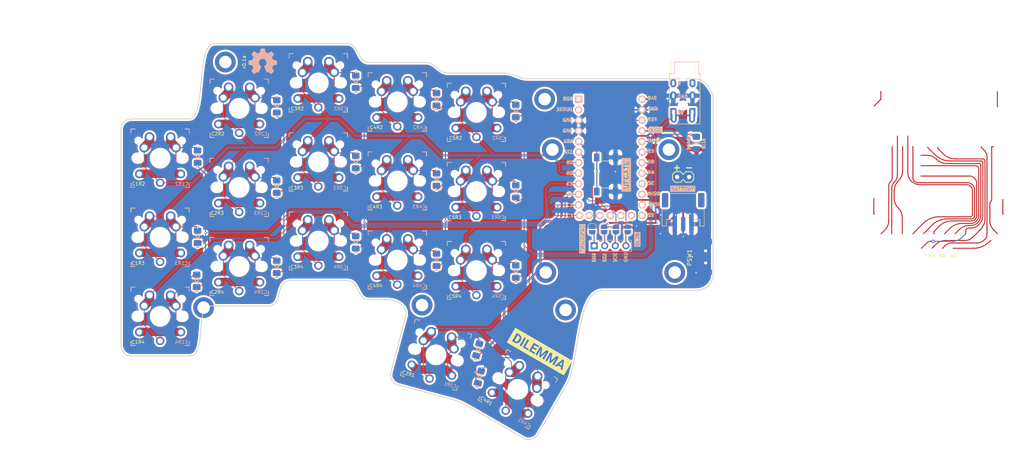
<source format=kicad_pcb>
(kicad_pcb (version 20211014) (generator pcbnew)
  (layers (0 "F.Cu" signal) (31 "B.Cu" signal) (34 "B.Paste" user) (35 "F.Paste" user) (36 "B.SilkS" user "B.Silkscreen") (37 "F.SilkS" user "F.Silkscreen") (38 "B.Mask" user) (39 "F.Mask" user) (44 "Edge.Cuts" user))
  (net 0 "")
  (net 1 "row2_l")
  (net 2 "Net-(D3-Pad2)")
  (net 3 "row3_l")
  (net 4 "Net-(D4-Pad2)")
  (net 5 "row4_l")
  (net 6 "Net-(D5-Pad2)")
  (net 7 "Net-(D8-Pad2)")
  (net 8 "Net-(D9-Pad2)")
  (net 9 "Net-(D10-Pad2)")
  (net 10 "Net-(D13-Pad2)")
  (net 11 "Net-(D14-Pad2)")
  (net 12 "Net-(D15-Pad2)")
  (net 13 "Net-(D18-Pad2)")
  (net 14 "Net-(D19-Pad2)")
  (net 15 "Net-(D20-Pad2)")
  (net 16 "Net-(D24-Pad2)")
  (net 17 "Net-(D25-Pad2)")
  (net 18 "Net-(D26-Pad2)")
  (net 19 "row1_l")
  (net 20 "Net-(D30-Pad2)")
  (net 21 "Net-(D33-Pad2)")
  (net 22 "Rst_l")
  (net 23 "Gnd_l")
  (net 24 "col2_l")
  (net 25 "col3_l")
  (net 26 "col4_l")
  (net 27 "col5_l")
  (net 28 "col1_l")
  (net 29 "bat_l")
  (net 30 "rgb_l")
  (net 31 "serial_l")
  (net 32 "sda_l")
  (net 33 "scl_l")
  (net 34 "mosi_l")
  (net 35 "miso_l")
  (net 36 "sc_l")
  (net 37 "Vcc_l")
  (net 39 "unconnected-(U2-Pad26)")
  (net 40 "unconnected-(U2-Pad27)")
  (net 42 "ss_l")
  (net 44 "hand")
  (net 45 "GND")
  (net 46 "Net-(JP1-Pad2)")
  (net 47 "Net-(JP2-Pad2)")
  (net 48 "Net-(JP3-Pad2)")
  (net 49 "Net-(JP4-Pad2)")
  (footprint "footprints:MountingHole_3mm_Pad_thin" (layer "F.Cu") (at 239.07 78.635)
    (fp_text reference "H8" hide)
    (fp_text value "M4")
  )
  (footprint "footprints:D_1206_handsolder_reversible" (layer "F.Cu") (at 200.9 39.85 90)
    (fp_text reference "D24" hide)
    (fp_text value "D")
  )
  (footprint "Connectors:1X02_LOCK" (layer "F.Cu") (at 239.83 55.7)
    (fp_text reference "J3" hide)
    (fp_text value "BATTERY_CONN_DEANS" hide)
  )
  (footprint "footprints:D_1206_handsolder_reversible" (layer "F.Cu") (at 192.15 103.775 75)
    (fp_text reference "D33" hide)
    (fp_text value "D")
  )
  (footprint "footprints:SW_MX_choc" (layer "F.Cu") (at 181.7 98.425 -15)
    (fp_text reference "SW16" hide)
    (fp_text value "SW_Push")
  )
  (footprint "footprints:D_1206_handsolder_reversible" (layer "F.Cu") (at 162.425 52.115882 90)
    (fp_text reference "D14" hide)
    (fp_text value "D")
  )
  (footprint "kibuzzard-628DFB5F" (layer "F.Cu") (at 241.003811 58.532147)
    (fp_text reference "kibuzzard-628DFB5F" hide)
    (fp_text value "G***" hide)
  )
  (footprint "footprints:SW_MX_choc" (layer "F.Cu") (at 172.425 56.65)
    (fp_text reference "SW11" hide)
    (fp_text value "SW_Push")
  )
  (footprint "footprints:SW_MX_choc" (layer "F.Cu") (at 134.425 39.2)
    (fp_text reference "SW4" hide)
    (fp_text value "SW_Push")
  )
  (footprint "footprints:PinHeader_1x04_P2.54mm_Vertical" (layer "F.Cu") (at 219.704861 72.22 90)
    (fp_text reference "O2" hide)
    (fp_text value "OLED")
  )
  (footprint "kibuzzard-628DFB48" (layer "F.Cu") (at 230.11 70.68 90)
    (fp_text reference "kibuzzard-628DFB48" hide)
    (fp_text value "G***" hide)
  )
  (footprint "kibuzzard-61F01C84" (layer "F.Cu") (at 227.393729 55.2 90)
    (fp_text reference "kibuzzard-61F01C84" hide)
    (fp_text value "G***" hide)
  )
  (footprint "footprints:SW_MX_choc" (layer "F.Cu") (at 172.425 75.65)
    (fp_text reference "SW12" hide)
    (fp_text value "SW_Push")
  )
  (footprint "footprints:MountingHole_3mm_Pad_thin" (layer "F.Cu") (at 207.82 36.995)
    (fp_text reference "H3" hide)
    (fp_text value "M4")
  )
  (footprint "footprints:MountingHole_3mm_Pad_thin" (layer "F.Cu") (at 237.67 49.135)
    (fp_text reference "H6" hide)
    (fp_text value "M4")
  )
  (footprint "footprints:SolderJumper-2_P1.3mm_Open_RoundedPad1.0x1.5mm" (layer "F.Cu") (at 222.086666 68.308537 -90)
    (fp_text reference "JP3" hide)
    (fp_text value "Jumper_2_Open")
  )
  (footprint "footprints:SW_MX_choc" (layer "F.Cu") (at 153.45 33.075)
    (fp_text reference "SW7" hide)
    (fp_text value "SW_Push")
  )
  (footprint "footprints:SW_MX_choc" (layer "F.Cu") (at 172.425 37.65)
    (fp_text reference "SW10" hide)
    (fp_text value "SW_Push")
  )
  (footprint "footprints:SW_MX_choc" (layer "F.Cu") (at 115.425 51.175)
    (fp_text reference "SW1" hide)
    (fp_text value "SW_Push")
  )
  (footprint "footprints:MountingHole_3mm_Pad_thin" (layer "F.Cu") (at 125.88 87.085)
    (fp_text reference "H4" hide)
    (fp_text value "M4")
  )
  (footprint "kibuzzard-628E0199" (layer "F.Cu") (at 216.870853 70.53 90)
    (fp_text reference "kibuzzard-628E0199" hide)
    (fp_text value "G***" hide)
  )
  (footprint "footprints:D_1206_handsolder_reversible" (layer "F.Cu") (at 143.45 77.306764 90)
    (fp_text reference "D10" hide)
    (fp_text value "D")
  )
  (footprint "footprints:Elite-C" (layer "F.Cu") (at 223.6 50.975 -90)
    (fp_text reference "U2" hide)
    (fp_text value "eliteC" hide)
  )
  (footprint "footprints:D_1206_handsolder_reversible" (layer "F.Cu") (at 143.45 58.015882 90)
    (fp_text reference "D9" hide)
    (fp_text value "D")
  )
  (footprint "footprints:MountingHole_3mm_Pad_thin" (layer "F.Cu") (at 208.07 78.625)
    (fp_text reference "H7" hide)
    (fp_text value "M4")
  )
  (footprint "footprints:SW_MX_choc" (layer "F.Cu") (at 191.425 40.175)
    (fp_text reference "SW13" hide)
    (fp_text value "SW_Push")
  )
  (footprint "footprints:D_1206_handsolder_reversible" (layer "F.Cu") (at 162.425 32.825 90)
    (fp_text reference "D13" hide)
    (fp_text value "D")
  )
  (footprint "LOGO" (layer "F.Cu") (at 140.06 27.93)
    (fp_text reference "G***" hide)
    (fp_text value "LOGO" hide)
  )
  (footprint "footprints:MountingHole_3mm_Pad_thin" (layer "F.Cu") (at 178.36 86.475)
    (fp_text reference "H5" hide)
    (fp_text value "M4")
  )
  (footprint "footprints:SW_MX_choc" (layer "F.Cu") (at 134.425 58.2)
    (fp_text reference "SW5" hide)
    (fp_text value "SW_Push")
  )
  (footprint "footprints:SW_Push_1P1T_NO_6x6mm_H9.5mm" (layer "F.Cu") (at 222.593729 55.1 90)
    (fp_text reference "SW26" hide)
    (fp_text value "SW_SPST")
  )
  (footprint "footprints:D_1206_handsolder_reversible" (layer "F.Cu") (at 181.825 37.025 90)
    (fp_text reference "D18" hide)
    (fp_text value "D")
  )
  (footprint "footprints:D_1206_handsolder_reversible" (layer "F.Cu") (at 200.9 59.140882 90)
    (fp_text reference "D25" hide)
    (fp_text value "D")
  )
  (footprint "footprints:D_1206_handsolder_reversible" (layer "F.Cu") (at 143.45 38.725 90)
    (fp_text reference "D8" hide)
    (fp_text value "D")
  )
  (footprint "footprints:Jack_3.5mm_PJ320E_Horizontal_reversible" (layer "F.Cu") (at 238.73 40.14)
    (fp_text reference "J2" hide)
    (fp_text value "Serial")
  )
  (footprint "footprints:SW_MX_choc" (layer "F.Cu") (at 201.4 106.725 -30)
    (fp_text reference "SW17" hide)
    (fp_text value "SW_Push")
  )
  (footprint "footprints:D_1206_handsolder_reversible" (layer "F.Cu") (at 191.75 97.175 75)
    (fp_text reference "D30" hide)
    (fp_text value "D")
  )
  (footprint "footprints:SolderJumper-2_P1.3mm_Open_RoundedPad1.0x1.5mm" (layer "F.Cu") (at 224.943332 68.308537 -90)
    (fp_text reference "JP5" hide)
    (fp_text value "Jumper_2_Open")
  )
  (footprint "Connector_JST:JST_PH_S3B-PH-SM4-TB_1x03-1MP_P2.00mm_Horizontal" (layer "F.Cu") (at 241.093811 64.165045 180)
    (fp_text reference "J5" hide)
    (fp_text value "S3B-PH-SM4-TB(LF)(SN)")
  )
  (footprint "footprints:D_1206_handsolder_reversible" (layer "F.Cu") (at 124.425 70.090882 90)
    (fp_text reference "D4" hide)
    (fp_text value "D")
  )
  (footprint "footprints:SW_MX_choc" (layer "F.Cu") (at 153.45 71.075)
    (fp_text reference "SW9" hide)
    (fp_text value "SW_Push")
  )
  (footprint "footprints:D_1206_handsolder_reversible" (layer "F.Cu") (at 124.425 50.8 90)
    (fp_text reference "D3" hide)
    (fp_text value "D")
  )
  (footprint "footprints:MountingHole_3mm_Pad_thin" (layer "F.Cu") (at 209.67 49.135)
    (fp_text reference "H9" hide)
    (fp_text value "M4")
  )
  (footprint "kibuzzard-628D396A" (layer "F.Cu") (at 234.307877 44.35797)
    (fp_text reference "kibuzzard-628D396A" hide)
    (fp_text value "G***" hide)
  )
  (footprint "footprints:SW_MX_choc" (layer "F.Cu") (at 134.425 77.2)
    (fp_text reference "SW6" hide)
    (fp_text value "SW_Push")
  )
  (footprint "footprints:R_1206_handsolder" (layer "F.Cu") (at 244.28 47.5325 -90)
    (fp_text reference "R8" hide)
    (fp_text value "5.1k")
  )
  (footprint "footprints:D_1206_handsolder_reversible" (layer "F.Cu") (at 162.425 71.406764 90)
    (fp_text reference "D15" hide)
    (fp_text value "D")
  )
  (footprint "kibuzzard-628DFB95" (layer "F.Cu") (at 206.6 97.645 -30)
    (fp_text reference "kibuzzard-628DFB95" hide)
    (fp_text value "G***" hide)
  )
  (footprint "footprints:SolderJumper-2_P1.3mm_Open_RoundedPad1.0x1.5mm" (layer "F.Cu") (at 227.8 68.308537 -90)
    (fp_text reference "JP7" hide)
    (fp_text value "Jumper_2_Open")
  )
  (footprint "footprints:D_1206_handsolder_reversible" (layer "F.Cu") (at 124.2 80.6625 90)
    (fp_text reference "D5" hide)
    (fp_text value "D")
  )
  (footprint "footprints:SW_MX_choc" (layer "F.Cu") (at 191.425 78.175)
    (fp_text reference "SW15" hide)
    (fp_text value "SW_Push")
  )
  (footprint "footprints:SW_MX_choc" (layer "F.Cu") (at 115.425 70.175)
    (fp_text reference "SW2" hide)
    (fp_text value "SW_Push")
  )
  (footprint "footprints:SW_MX_choc" (layer "F.Cu") (at 153.45 52.075)
    (fp_text reference "SW8" hide)
    (fp_text value "SW_Push")
  )
  (footprint "footprints:D_1206_handsolder_reversible" (layer "F.Cu") (at 181.825 75.606764 90)
    (fp_text reference "D20" hide)
    (fp_text value "D")
  )
  (footprint "footprints:D_1206_handsolder_reversible" (layer "F.Cu") (at 200.9 78.431764 90)
    (fp_text reference "D26" hide)
    (fp_text value "D")
  )
  (footprint "footprints:SW_MX_choc" (layer "F.Cu") (at 191.425 59.175)
    (fp_text reference "SW14" hide)
    (fp_text value "SW_Push")
  )
  (footprint "footprints:MountingHole_3mm_Pad_thin" (layer "F.Cu") (at 212.85 87.65)
    (fp_text reference "H2" hide)
    (fp_text value "M4")
  )
  (footprint "footprints:SW_MX_choc" (layer "F.Cu") (at 115.425 89.175)
    (fp_text reference "SW3" hide)
    (fp_text value "SW_Push")
  )
  (footprint "footprints:D_1206_handsolder_reversible" (layer "F.Cu") (at 181.825 56.315882 90)
    (fp_text reference "D19" hide)
    (fp_text value "D")
  )
  (footprint "footprints:SolderJumper-2_P1.3mm_Open_RoundedPad1.0x1.5mm" (layer "F.Cu") (at 219.23 68.308537 -90)
    (fp_text reference "JP1" hide)
    (fp_text value "Jumper_2_Open")
  )
  (footprint "footprints:MountingHole_3mm_Pad_thin" (layer "F.Cu") (at 131.1 28.08)
    (fp_text reference "H1" hide)
    (fp_text value "M4")
  )
  (footprint "used_footprints:Switch_MSK-12C01-07" (layer "F.Cu") (at 246.5 74.9 90)
    (fp_text reference "PSW1")
    (fp_text value "SW_DPDT_x2")
  )
  (footprint "footprints:SW_Push_1P1T_NO_6x6mm_H9.5mm" (layer "B.Cu") (at 222.593729 55.1 -90)
    (fp_text reference "SW37" hide)
    (fp_text value "SW_SPST")
  )
  (footprint "footprints:SolderJumper-2_P1.3mm_Open_RoundedPad1.0x1.5mm" (layer "B.Cu") (at 224.943332 68.308537 -90)
    (fp_text reference "JP4" hide)
    (fp_text value "Jumper_2_Open")
  )
  (footprint "kibuzzard-628DFB48" (layer "B.Cu") (at 230.06 70.65 -90)
    (fp_text reference "kibuzzard-628DFB48" hide)
    (fp_text value "G***" hide)
  )
  (footprint "footprints:R_1206_handsolder" (layer "B.Cu") (at 244.26 47.525 -90)
    (fp_text reference "R7" hide)
    (fp_text value "5.1k")
  )
  (footprint "footprints:SolderJumper-2_P1.3mm_Open_RoundedPad1.0x1.5mm" (layer "B.Cu") (at 227.8 68.308537 -90)
    (fp_text reference "JP2" hide)
    (fp_text value "Jumper_2_Open")
  )
  (footprint "Connector_JST:JST_PH_S3B-PH-SM4-TB_1x03-1MP_P2.00mm_Horizontal" (layer "B.Cu") (at 241.093811 64.165045)
    (fp_text reference "J1" hide)
    (fp_text value "S3B-PH-SM4-TB(LF)(SN)")
  )
  (footprint "footprints:SolderJumper-2_P1.3mm_Open_RoundedPad1.0x1.5mm" (layer "B.Cu") (at 219.23 68.308537 -90)
    (fp_text reference "JP8" hide)
    (fp_text value "Jumper_2_Open")
  )
  (footprint "kibuzzard-628E0199" (layer "B.Cu") (at 216.850853 70.53 -90)
    (fp_text reference "kibuzzard-628E0199" hide)
    (fp_text value "G***" hide)
  )
  (footprint "kibuzzard-628DFB5F" (layer "B.Cu") (at 240.984229 58.530511 180)
    (fp_text reference "kibuzzard-628DFB5F" hide)
    (fp_text value "G***" hide)
  )
  (footprint "footprints:SolderJumper-2_P1.3mm_Open_RoundedPad1.0x1.5mm" (layer "B.Cu") (at 222.086666 68.308537 -90)
    (fp_text reference "JP6" hide)
    (fp_text value "Jumper_2_Open")
  )
  (footprint "LOGO" (layer "B.Cu") (at 140.128041 27.931912 180)
    (fp_text reference "G***" hide)
    (fp_text value "LOGO" hide)
  )
  (footprint "kibuzzard-61F01C84" (layer "B.Cu") (at 227.438091 55.208198 -90)
    (fp_text reference "kibuzzard-61F01C84" hide)
    (fp_text value "G***" hide)
  )
  (footprint "kibuzzard-628D3AA1" (layer "B.Cu") (at 234.300291 44.418362 180)
    (fp_text reference "kibuzzard-628D3AA1" hide)
    (fp_text value "G***" hide)
  )
  (gr_line (start 142.487355 86.480207) (end 142.892719 86.191705) (layer "Edge.Cuts") (width 0.2))
  (gr_line (start 146.62 23.644993) (end 160.41982 23.644993) (layer "Edge.Cuts") (width 0.2))
  (gr_line (start 126.409628 25.742043) (end 126.623597 25.206287) (layer "Edge.Cuts") (width 0.2))
  (gr_line (start 170.785417 103.704187) (end 170.748635 103.211259) (layer "Edge.Cuts") (width 0.2))
  (gr_line (start 125.469052 30.952768) (end 125.66348 29.272973) (layer "Edge.Cuts") (width 0.2))
  (gr_line (start 142.892719 86.191705) (end 143.217659 85.806936) (layer "Edge.Cuts") (width 0.2))
  (gr_line (start 122.39475 98.694891) (end 108.59493 98.694891) (layer "Edge.Cuts") (width 0.2))
  (gr_line (start 108.060697 41.797806) (end 108.59493 41.745033) (layer "Edge.Cuts") (width 0.2))
  (gr_line (start 213.125528 105.532035) (end 213.378223 105.052508) (layer "Edge.Cuts") (width 0.2))
  (gr_line (start 122.39475 98.694891) (end 122.7817 98.665081) (layer "Edge.Cuts") (width 0.2))
  (gr_line (start 123.727436 98.225976) (end 123.974703 97.969262) (layer "Edge.Cuts") (width 0.2))
  (gr_line (start 143.217659 85.806936) (end 143.475699 85.342085) (layer "Edge.Cuts") (width 0.2))
  (gr_line (start 124.95825 36.117053) (end 125.138734 34.437258) (layer "Edge.Cuts") (width 0.2))
  (gr_line (start 188.419957 110.233131) (end 190.756769 111.525546) (layer "Edge.Cuts") (width 0.2))
  (gr_line (start 199.72159 30.947768) (end 200.987303 31.424951) (layer "Edge.Cuts") (width 0.2))
  (gr_line (start 246.596296 33.335278) (end 246.061813 32.834932) (layer "Edge.Cuts") (width 0.2))
  (gr_line (start 217.512933 87.156775) (end 217.806727 86.406583) (layer "Edge.Cuts") (width 0.2))
  (gr_line (start 106.02 82.319887) (end 106.02 58.120037) (layer "Edge.Cuts") (width 0.2))
  (gr_line (start 145.527612 80.834704) (end 146.02439 80.655626) (layer "Edge.Cuts") (width 0.2))
  (gr_line (start 107.579422 98.489626) (end 108.060697 98.642117) (layer "Edge.Cuts") (width 0.2))
  (gr_line (start 124.60712 38.38624) (end 124.738373 37.673105) (layer "Edge.Cuts") (width 0.2))
  (gr_line (start 202.707977 118.425456) (end 203.197018 118.646863) (layer "Edge.Cuts") (width 0.2))
  (gr_line (start 185.948742 109.243669) (end 187.213057 109.673532) (layer "Edge.Cuts") (width 0.2))
  (gr_line (start 122.39475 41.745033) (end 122.751926 41.699975) (layer "Edge.Cuts") (width 0.2))
  (gr_line (start 125.906875 27.716921) (end 126.053594 27.003785) (layer "Edge.Cuts") (width 0.2))
  (gr_line (start 248.197458 80.026607) (end 248.284772 79.228492) (layer "Edge.Cuts") (width 0.2))
  (gr_line (start 127.433743 24.046772) (end 127.765354 23.824583) (layer "Edge.Cuts") (width 0.2))
  (gr_line (start 124.95945 94.971468) (end 125.078974 93.86013) (layer "Edge.Cuts") (width 0.2))
  (gr_line (start 141.990577 86.659286) (end 142.487355 86.480207) (layer "Edge.Cuts") (width 0.2))
  (gr_line (start 125.169144 92.707476) (end 125.358559 90.443484) (layer "Edge.Cuts") (width 0.2))
  (gr_line (start 126.623597 25.206287) (end 126.864381 24.741786) (layer "Edge.Cuts") (width 0.2))
  (gr_line (start 123.132248 98.576076) (end 123.447115 98.429078) (layer "Edge.Cuts") (width 0.2))
  (gr_line (start 184.594778 30.745055) (end 198.394852 30.745055) (layer "Edge.Cuts") (width 0.2))
  (gr_line (start 165.10897 28.174647) (end 165.594816 28.220041) (layer "Edge.Cuts") (width 0.2))
  (gr_line (start 220.691048 83.100179) (end 221.241796 82.961433) (layer "Edge.Cuts") (width 0.2))
  (gr_line (start 203.690053 118.755435) (end 204.181054 118.762642) (layer "Edge.Cuts") (width 0.2))
  (gr_line (start 124.738373 37.673105) (end 124.95825 36.117053) (layer "Edge.Cuts") (width 0.2))
  (gr_line (start 144.539268 81.972826) (end 144.797308 81.507976) (layer "Edge.Cuts") (width 0.2))
  (gr_line (start 163.007318 82.882375) (end 163.456308 83.747345) (layer "Edge.Cuts") (width 0.2))
  (gr_line (start 174.202628 87.296475) (end 173.990559 86.959902) (layer "Edge.Cuts") (width 0.2))
  (gr_line (start 141.527597 23.644993) (end 128.527597 23.644993) (layer "Edge.Cuts") (width 0.2))
  (gr_line (start 179.773073 28.245094) (end 180.131717 28.318916) (layer "Edge.Cuts") (width 0.2))
  (gr_line (start 199.068917 30.798302) (end 199.72159 30.947768) (layer "Edge.Cuts") (width 0.2))
  (gr_line (start 106.776688 97.938204) (end 107.150594 98.250364) (layer "Edge.Cuts") (width 0.2))
  (gr_line (start 163.70725 27.190802) (end 163.989322 27.538008) (layer "Edge.Cuts") (width 0.2))
  (gr_line (start 164.682783 28.040889) (end 165.10897 28.174647) (layer "Edge.Cuts") (width 0.2))
  (gr_line (start 219.258555 84.048429) (end 219.70058 83.646765) (layer "Edge.Cuts") (width 0.2))
  (gr_line (start 160.905667 23.690387) (end 161.331854 23.824145) (layer "Edge.Cuts") (width 0.2))
  (gr_line (start 183.192709 30.368634) (end 183.857952 30.646179) (layer "Edge.Cuts") (width 0.2))
  (gr_line (start 213.844629 103.914064) (end 214.059369 103.258736) (layer "Edge.Cuts") (width 0.2))
  (gr_line (start 143.682168 84.815504) (end 144.007483 83.657456) (layer "Edge.Cuts") (width 0.2))
  (gr_line (start 107.150594 42.18956) (end 107.579422 41.950298) (layer "Edge.Cuts") (width 0.2))
  (gr_line (start 171.998587 85.490414) (end 171.165097 85.252148) (layer "Edge.Cuts") (width 0.2))
  (gr_line (start 247.911166 35.259852) (end 247.509247 34.564948) (layer "Edge.Cuts") (width 0.2))
  (gr_line (start 203.197018 118.646863) (end 203.690053 118.755435) (layer "Edge.Cuts") (width 0.2))
  (gr_line (start 162.307387 24.674232) (end 162.558329 25.067547) (layer "Edge.Cuts") (width 0.2))
  (gr_line (start 220.177642 83.329512) (end 220.691048 83.100179) (layer "Edge.Cuts") (width 0.2))
  (gr_line (start 215.153575 98.339523) (end 215.479153 96.438595) (layer "Edge.Cuts") (width 0.2))
  (gr_line (start 162.558329 25.067547) (end 163.007318 25.932517) (layer "Edge.Cuts") (width 0.2))
  (gr_line (start 162.025315 24.327025) (end 162.307387 24.674232) (layer "Edge.Cuts") (width 0.2))
  (gr_line (start 145.122248 81.123206) (end 145.527612 80.834704) (layer "Edge.Cuts") (width 0.2))
  (gr_line (start 122.751926 41.699975) (end 123.078661 41.565443) (layer "Edge.Cuts") (width 0.2))
  (gr_line (start 174.516894 88.453553) (end 174.471825 88.042906) (layer "Edge.Cuts") (width 0.2))
  (gr_line (start 213.125528 105.532035) (end 206.225364 117.482989) (layer "Edge.Cuts") (width 0.2))
  (gr_line (start 125.66348 29.272973) (end 125.906875 27.716921) (layer "Edge.Cuts") (width 0.2))
  (gr_line (start 124.377561 97.307501) (end 124.537494 96.909724) (layer "Edge.Cuts") (width 0.2))
  (gr_line (start 219.70058 83.646765) (end 220.177642 83.329512) (layer "Edge.Cuts") (width 0.2))
  (gr_line (start 127.133877 24.353762) (end 127.433743 24.046772) (layer "Edge.Cuts") (width 0.2))
  (gr_line (start 160.41982 80.594851) (end 146.62 80.594851) (layer "Edge.Cuts") (width 0.2))
  (gr_line (start 170.831755 102.682437) (end 174.403503 89.352771) (layer "Edge.Cuts") (width 0.2))
  (gr_line (start 204.66094 118.679258) (end 205.118226 118.51153) (layer "Edge.Cuts") (width 0.2))
  (gr_line (start 106.02 44.319963) (end 106.072774 43.78573) (layer "Edge.Cuts") (width 0.2))
  (gr_line (start 218.850004 84.530281) (end 219.258555 84.048429) (layer "Edge.Cuts") (width 0.2))
  (gr_line (start 172.766205 85.866235) (end 171.998587 85.490414) (layer "Edge.Cuts") (width 0.2))
  (gr_line (start 124.190723 97.661952) (end 124.377561 97.307501) (layer "Edge.Cuts") (width 0.2))
  (gr_line (start 162.307387 81.62409) (end 162.558329 82.017405) (layer "Edge.Cuts") (width 0.2))
  (gr_line (start 246.451945 82.305889) (end 247.048308 81.872378) (layer "Edge.Cuts") (width 0.2))
  (gr_line (start 127.765354 23.824583) (end 128.129751 23.690051) (layer "Edge.Cuts") (width 0.2))
  (gr_line (start 106.225265 97.135469) (end 106.464528 97.564297) (layer "Edge.Cuts") (width 0.2))
  (gr_line (start 198.394852 30.745055) (end 199.068917 30.798302) (layer "Edge.Cuts") (width 0.2))
  (gr_line (start 202.905689 32.0516) (end 203.579754 32.104847) (layer "Edge.Cuts") (width 0.2))
  (gr_line (start 174.471825 88.042906) (end 174.365121 87.657389) (layer "Edge.Cuts") (width 0.2))
  (gr_line (start 124.289726 39.647983) (end 124.458349 39.046741) (layer "Edge.Cuts") (width 0.2))
  (gr_line (start 179.39489 28.220041) (end 179.773073 28.245094) (layer "Edge.Cuts") (width 0.2))
  (gr_line (start 107.150594 98.250364) (end 107.579422 98.489626) (layer "Edge.Cuts") (width 0.2))
  (gr_line (start 160.905667 80.640245) (end 161.331854 80.774003) (layer "Edge.Cuts") (width 0.2))
  (gr_line (start 126.665974 86.985874) (end 126.942957 86.838876) (layer "Edge.Cuts") (width 0.2))
  (gr_line (start 125.718256 88.505228) (end 126.017039 87.753) (layer "Edge.Cuts") (width 0.2))
  (gr_line (start 171.165097 85.252148) (end 170.280203 85.169899) (layer "Edge.Cuts") (width 0.2))
  (gr_line (start 128.129751 23.690051) (end 128.527597 23.644993) (layer "Edge.Cuts") (width 0.2))
  (gr_line (start 217.242467 87.959158) (end 217.512933 87.156775) (layer "Edge.Cuts") (width 0.2))
  (gr_line (start 124.786626 96.000939) (end 124.95945 94.971468) (layer "Edge.Cuts") (width 0.2))
  (gr_line (start 164.682783 84.990747) (end 165.10897 85.124505) (layer "Edge.Cuts") (width 0.2))
  (gr_line (start 106.776688 42.50172) (end 107.150594 42.18956) (layer "Edge.Cuts") (width 0.2))
  (gr_line (start 171.459556 104.952682) (end 171.155748 104.579081) (layer "Edge.Cuts") (width 0.2))
  (gr_line (start 205.539844 118.259791) (end 205.912542 117.91925) (layer "Edge.Cuts") (width 0.2))
  (gr_line (start 123.375589 41.343254) (end 123.643708 41.036264) (layer "Edge.Cuts") (width 0.2))
  (gr_line (start 214.456135 101.790361) (end 214.817057 100.137985) (layer "Edge.Cuts") (width 0.2))
  (gr_line (start 163.007318 25.932517) (end 163.456308 26.797487) (layer "Edge.Cuts") (width 0.2))
  (gr_line (start 125.505695 89.414013) (end 125.718256 88.505228) (layer "Edge.Cuts") (width 0.2))
  (gr_line (start 160.41982 23.644993) (end 160.905667 23.690387) (layer "Edge.Cuts") (width 0.2))
  (gr_line (start 144.007483 83.657456) (end 144.332799 82.499408) (layer "Edge.Cuts") (width 0.2))
  (gr_line (start 122.7817 98.665081) (end 123.132248 98.576076) (layer "Edge.Cuts") (width 0.2))
  (gr_line (start 163.70725 84.14066) (end 163.989322 84.487866) (layer "Edge.Cuts") (width 0.2))
  (gr_line (start 247.554057 81.345727) (end 247.945972 80.730855) (layer "Edge.Cuts") (width 0.2))
  (gr_line (start 106.464528 97.564297) (end 106.776688 97.938204) (layer "Edge.Cuts") (width 0.2))
  (gr_line (start 164.311779 84.775259) (end 164.682783 84.990747) (layer "Edge.Cuts") (width 0.2))
  (gr_line (start 215.479153 96.438595) (end 216.159399 92.524088) (layer "Edge.Cuts") (width 0.2))
  (gr_line (start 126.2046 87.44569) (end 126.420333 87.188976) (layer "Edge.Cuts") (width 0.2))
  (gr_line (start 202.253017 31.902134) (end 202.905689 32.0516) (layer "Edge.Cuts") (width 0.2))
  (gr_line (start 161.331854 23.824145) (end 161.702858 24.039633) (layer "Edge.Cuts") (width 0.2))
  (gr_line (start 243.933066 32.104847) (end 203.579754 32.104847) (layer "Edge.Cuts") (width 0.2))
  (gr_line (start 141.394966 86.720061) (end 141.990577 86.659286) (layer "Edge.Cuts") (width 0.2))
  (gr_line (start 163.456308 26.797487) (end 163.70725 27.190802) (layer "Edge.Cuts") (width 0.2))
  (gr_line (start 163.989322 84.487866) (end 164.311779 84.775259) (layer "Edge.Cuts") (width 0.2))
  (gr_line (start 165.594816 28.220041) (end 179.39489 28.220041) (layer "Edge.Cuts") (width 0.2))
  (gr_line (start 172.763856 105.710783) (end 185.948742 109.243669) (layer "Edge.Cuts") (width 0.2))
  (gr_line (start 126.420333 87.188976) (end 126.665974 86.985874) (layer "Edge.Cuts") (width 0.2))
  (gr_line (start 248.284772 35.996309) (end 247.911166 35.259852) (layer "Edge.Cuts") (width 0.2))
  (gr_line (start 106.225265 43.304455) (end 106.464528 42.875626) (layer "Edge.Cuts") (width 0.2))
  (gr_line (start 216.993043 88.807278) (end 217.242467 87.959158) (layer "Edge.Cuts") (width 0.2))
  (gr_line (start 125.301582 32.695013) (end 125.469052 30.952768) (layer "Edge.Cuts") (width 0.2))
  (gr_line (start 213.617791 104.512721) (end 213.844629 103.914064) (layer "Edge.Cuts") (width 0.2))
  (gr_line (start 125.078974 93.86013) (end 125.169144 92.707476) (layer "Edge.Cuts") (width 0.2))
  (gr_line (start 163.456308 83.747345) (end 163.70725 84.14066) (layer "Edge.Cuts") (width 0.2))
  (gr_line (start 125.358559 90.443484) (end 125.505695 89.414013) (layer "Edge.Cuts") (width 0.2))
  (gr_line (start 184.216596 30.720001) (end 184.594778 30.745055) (layer "Edge.Cuts") (width 0.2))
  (gr_line (start 216.159399 92.524088) (end 216.548042 90.61424) (layer "Edge.Cuts") (width 0.2))
  (gr_line (start 247.074082 33.918836) (end 246.596296 33.335278) (layer "Edge.Cuts") (width 0.2))
  (gr_line (start 123.643708 41.036264) (end 123.884334 40.64824) (layer "Edge.Cuts") (width 0.2))
  (gr_line (start 205.118226 118.51153) (end 205.539844 118.259791) (layer "Edge.Cuts") (width 0.2))
  (gr_line (start 107.579422 41.950298) (end 108.060697 41.797806) (layer "Edge.Cuts") (width 0.2))
  (gr_line (start 161.702858 24.039633) (end 162.025315 24.327025) (layer "Edge.Cuts") (width 0.2))
  (gr_line (start 124.099063 40.183739) (end 124.289726 39.647983) (layer "Edge.Cuts") (width 0.2))
  (gr_line (start 106.02 58.120037) (end 106.02 44.319963) (layer "Edge.Cuts") (width 0.2))
  (gr_line (start 165.10897 85.124505) (end 165.594816 85.169899) (layer "Edge.Cuts") (width 0.2))
  (gr_line (start 126.864381 24.741786) (end 127.133877 24.353762) (layer "Edge.Cuts") (width 0.2))
  (gr_line (start 244.355703 32.126953) (end 243.933066 32.104847) (layer "Edge.Cuts") (width 0.2))
  (gr_line (start 106.02 96.119961) (end 106.02 82.319887) (layer "Edge.Cuts") (width 0.2))
  (gr_line (start 123.884334 40.64824) (end 124.099063 40.183739) (layer "Edge.Cuts") (width 0.2))
  (gr_line (start 180.131717 28.318916) (end 180.79696 28.596461) (layer "Edge.Cuts") (width 0.2))
  (gr_line (start 221.241796 82.961433) (end 221.830527 82.914983) (layer "Edge.Cuts") (width 0.2))
  (gr_line (start 218.473158 85.08751) (end 218.850004 84.530281) (layer "Edge.Cuts") (width 0.2))
  (gr_line (start 214.262858 102.549652) (end 214.456135 101.790361) (layer "Edge.Cuts") (width 0.2))
  (gr_line (start 171.155748 104.579081) (end 170.926631 104.160986) (layer "Edge.Cuts") (width 0.2))
  (gr_line (start 108.060697 98.642117) (end 108.59493 98.694891) (layer "Edge.Cuts") (width 0.2))
  (gr_line (start 106.072774 96.654194) (end 106.225265 97.135469) (layer "Edge.Cuts") (width 0.2))
  (gr_line (start 174.403503 89.352771) (end 174.495301 88.889986) (layer "Edge.Cuts") (width 0.2))
  (gr_line (start 216.548042 90.61424) (end 216.993043 88.807278) (layer "Edge.Cuts") (width 0.2))
  (gr_line (start 180.79696 28.596461) (end 181.409656 29.005162) (layer "Edge.Cuts") (width 0.2))
  (gr_line (start 123.447115 98.429078) (end 123.727436 98.225976) (layer "Edge.Cuts") (width 0.2))
  (gr_line (start 144.332799 82.499408) (end 144.539268 81.972826) (layer "Edge.Cuts") (width 0.2))
  (gr_line (start 163.989322 27.538008) (end 164.311779 27.825401) (layer "Edge.Cuts") (width 0.2))
  (gr_line (start 141.527597 23.644993) (end 146.62 23.644993) (layer "Edge.Cuts") (width 0.2))
  (gr_line (start 106.464528 42.875626) (end 106.776688 42.50172) (layer "Edge.Cuts") (width 0.2))
  (gr_line (start 187.213057 109.673532) (end 188.419957 110.233131) (layer "Edge.Cuts") (width 0.2))
  (gr_line (start 204.181054 118.762642) (end 204.66094 118.679258) (layer "Edge.Cuts") (width 0.2))
  (gr_line (start 124.458349 39.046741) (end 124.60712 38.38624) (layer "Edge.Cuts") (width 0.2))
  (gr_line (start 248.284772 35.996309) (end 248.284772 79.228492) (layer "Edge.Cuts") (width 0.2))
  (gr_line (start 182.580013 29.959934) (end 183.192709 30.368634) (layer "Edge.Cuts") (width 0.2))
  (gr_line (start 126.017039 87.753) (end 126.2046 87.44569) (layer "Edge.Cuts") (width 0.2))
  (gr_line (start 126.220379 26.343285) (end 126.409628 25.742043) (layer "Edge.Cuts") (width 0.2))
  (gr_line (start 106.02 96.119961) (end 106.072774 96.654194) (layer "Edge.Cuts") (width 0.2))
  (gr_line (start 171.83008 105.272883) (end 171.459556 104.952682) (layer "Edge.Cuts") (width 0.2))
  (gr_line (start 246.061813 32.834932) (end 245.452583 32.444288) (layer "Edge.Cuts") (width 0.2))
  (gr_line (start 221.830527 82.914983) (end 244.253973 82.914983) (layer "Edge.Cuts") (width 0.2))
  (gr_line (start 183.857952 30.646179) (end 184.216596 30.720001) (layer "Edge.Cuts") (width 0.2))
  (gr_line (start 161.702858 80.989491) (end 162.025315 81.276883) (layer "Edge.Cuts") (width 0.2))
  (gr_line (start 125.138734 34.437258) (end 125.301582 32.695013) (layer "Edge.Cuts") (width 0.2))
  (gr_line (start 106.072774 43.78573) (end 106.225265 43.304455) (layer "Edge.Cuts") (width 0.2))
  (gr_line (start 174.365121 87.657389) (end 174.202628 87.296475) (layer "Edge.Cuts") (width 0.2))
  (gr_line (start 126.942957 86.838876) (end 127.252367 86.749871) (layer "Edge.Cuts") (width 0.2))
  (gr_line (start 126.053594 27.003785) (end 126.220379 26.343285) (layer "Edge.Cuts") (width 0.2))
  (gr_line (start 172.763856 105.710783) (end 172.264576 105.528894) (layer "Edge.Cuts") (width 0.2))
  (gr_line (start 170.748635 103.211259) (end 170.831755 102.682437) (layer "Edge.Cuts") (width 0.2))
  (gr_line (start 174.495301 88.889986) (end 174.516894 88.453553) (layer "Edge.Cuts") (width 0.2))
  (gr_line (start 173.990559 86.959902) (end 173.442396 86.360681) (layer "Edge.Cuts") (width 0.2))
  (gr_line (start 244.253973 82.914983) (end 245.047848 82.843116) (layer "Edge.Cuts") (width 0.2))
  (gr_line (start 170.926631 104.160986) (end 170.785417 103.704187) (layer "Edge.Cuts") (width 0.2))
  (gr_line (start 141.394966 86.720061) (end 127.594892 86.720061) (layer "Edge.Cuts") (width 0.2))
  (gr_line (start 214.817057 100.137985) (end 215.153575 98.339523) (layer "Edge.Cuts") (width 0.2))
  (gr_line (start 127.252367 86.749871) (end 127.594892 86.720061) (layer "Edge.Cuts") (width 0.2))
  (gr_line (start 205.912542 117.91925) (end 206.225364 117.482989) (layer "Edge.Cuts") (width 0.2))
  (gr_line (start 162.025315 81.276883) (end 162.307387 81.62409) (layer "Edge.Cuts") (width 0.2))
  (gr_line (start 123.078661 41.565443) (end 123.375589 41.343254) (layer "Edge.Cuts") (width 0.2))
  (gr_line (start 202.707977 118.425456) (end 190.756769 111.525546) (layer "Edge.Cuts") (width 0.2))
  (gr_line (start 247.509247 34.564948) (end 247.074082 33.918836) (layer "Edge.Cuts") (width 0.2))
  (gr_line (start 124.537494 96.909724) (end 124.786626 96.000939) (layer "Edge.Cuts") (width 0.2))
  (gr_line (start 146.02439 80.655626) (end 146.62 80.594851) (layer "Edge.Cuts") (width 0.2))
  (gr_line (start 245.452583 32.444288) (end 244.748764 32.192467) (layer "Edge.Cuts") (width 0.2))
  (gr_line (start 108.59493 41.745033) (end 122.39475 41.745033) (layer "Edge.Cuts") (width 0.2))
  (gr_line (start 200.987303 31.424951) (end 202.253017 31.902134) (layer "Edge.Cuts") (width 0.2))
  (gr_line (start 213.378223 105.052508) (end 213.617791 104.512721) (layer "Edge.Cuts") (width 0.2))
  (gr_line (start 162.558329 82.017405) (end 163.007318 82.882375) (layer "Edge.Cuts") (width 0.2))
  (gr_line (start 143.475699 85.342085) (end 143.682168 84.815504) (layer "Edge.Cuts") (width 0.2))
  (gr_line (start 244.748764 32.192467) (end 244.355703 32.126953) (layer "Edge.Cuts") (width 0.2))
  (gr_line (start 245.047848 82.843116) (end 245.781835 82.634814) (layer "Edge.Cuts") (width 0.2))
  (gr_line (start 181.409656 29.005162) (end 181.994834 29.482548) (layer "Edge.Cuts") (width 0.2))
  (gr_line (start 173.442396 86.360681) (end 172.766205 85.866235) (layer "Edge.Cuts") (width 0.2))
  (gr_line (start 217.806727 86.406583) (end 218.126084 85.714832) (layer "Edge.Cuts") (width 0.2))
  (gr_line (start 170.280203 85.169899) (end 165.594816 85.169899) (layer "Edge.Cuts") (width 0.2))
  (gr_line (start 247.048308 81.872378) (end 247.554057 81.345727) (layer "Edge.Cuts") (width 0.2))
  (gr_line (start 247.945972 80.730855) (end 248.197458 80.026607) (layer "Edge.Cuts") (width 0.2))
  (gr_line (start 144.797308 81.507976) (end 145.122248 81.123206) (layer "Edge.Cuts") (width 0.2))
  (gr_line (start 172.264576 105.528894) (end 171.83008 105.272883) (layer "Edge.Cuts") (width 0.2))
  (gr_line (start 214.059369 103.258736) (end 214.262858 102.549652) (layer "Edge.Cuts") (width 0.2))
  (gr_line (start 161.331854 80.774003) (end 161.702858 80.989491) (layer "Edge.Cuts") (width 0.2))
  (gr_line (start 245.781835 82.634814) (end 246.451945 82.305889) (layer "Edge.Cuts") (width 0.2))
  (gr_line (start 218.126084 85.714832) (end 218.473158 85.08751) (layer "Edge.Cuts") (width 0.2))
  (gr_line (start 160.41982 80.594851) (end 160.905667 80.640245) (layer "Edge.Cuts") (width 0.2))
  (gr_line (start 164.311779 27.825401) (end 164.682783 28.040889) (layer "Edge.Cuts") (width 0.2))
  (gr_line (start 181.994834 29.482548) (end 182.580013 29.959934) (layer "Edge.Cuts") (width 0.2))
  (gr_line (start 123.974703 97.969262) (end 124.190723 97.661952) (layer "Edge.Cuts") (width 0.2))
  (gr_text "R4" (at 233.5 54.630492) (layer "B.SilkS") (effects (font (size 0.8 0.8) (thickness 0.12)) (justify mirror)))
  (gr_text "R2" (at 213.719047 52.275113) (layer "B.SilkS") (effects (font (size 0.8 0.8) (thickness 0.12)) (justify mirror)))
  (gr_text "VCC" (at 224.783332 75.061905 90) (layer "B.SilkS") (effects (font (size 0.8 0.8) (thickness 0.12)) (justify mirror)))
  (gr_text "MOSI" (at 234.166667 62.32623) (layer "B.SilkS") (effects (font (size 0.8 0.8) (thickness 0.12)) (justify mirror)))
  (gr_text "C1R3" (at 120.5 76.4) (layer "B.SilkS") (effects (font (size 0.8 0.8) (thickness 0.12)) (justify mirror)))
  (gr_text "SDA" (at 213.37619 47.166023) (layer "B.SilkS") (effects (font (size 0.8 0.8) (thickness 0.12)) (justify mirror)))
  (gr_text "C3" (at 213.719047 65.047843) (layer "B.SilkS") (effects (font (size 0.8 0.8) (thickness 0.12)) (justify mirror)))
  (gr_text "GND" (at 213.280952 42.056933) (layer "B.SilkS") (effects (font (size 0.8 0.8) (thickness 0.12)) (justify mirror)))
  (gr_text "C3R3" (at 158.65 58.33) (layer "B.SilkS") (effects (font (size 0.8 0.8) (thickness 0.12)) (justify mirror)))
  (gr_text "hands" (at 242.48 47.5325 90) (layer "B.SilkS") (effects (font (size 0.8 0.8) (thickness 0.12)) (justify mirror)))
  (gr_text "C2R4" (at 139.57 83.355) (layer "B.SilkS") (effects (font (size 0.8 0.8) (thickness 0.12)) (justify mirror)))
  (gr_text "BAT" (at 233.766667 36.771478) (layer "B.SilkS") (effects (font (size 0.8 0.8) (thickness 0.12)) (justify mirror)))
  (gr_text "5.1k" (at 246.08 47.7325 90) (layer "B.SilkS") (effects (font (size 0.8 0.8) (thickness 0.12)) (justify mirror)))
  (gr_text "SS" (at 233.480953 64.891478) (layer "B.SilkS") (effects (font (size 0.8 0.8) (thickness 0.12)) (justify mirror)))
  (gr_text "SC" (at 233.5 57.195738) (layer "B.SilkS") (effects (font (size 0.8 0.8) (thickness 0.12)) (justify mirror)))
  (gr_text "GND" (at 233.938095 39.336724) (layer "B.SilkS") (effects (font (size 0.8 0.8) (thickness 0.12)) (justify mirror)))
  (gr_text "SCL" (at 213.395238 49.720568) (layer "B.SilkS") (effects (font (size 0.8 0.8) (thickness 0.12)) (justify mirror)))
  (gr_text "SERIAL" (at 212.5 39.502388) (layer "B.SilkS") (effects (font (size 0.8 0.8) (thickness 0.12)) (justify mirror)))
  (gr_text "C6" (at 233.5 52.065246) (layer "B.SilkS") (effects (font (size 0.8 0.8) (thickness 0.12)) (justify mirror)))
  (gr_text "C4R4" (at 177.665 81.825) (layer "B.SilkS") (effects (font (size 0.8 0.8) (thickness 0.12)) (justify mirror)))
  (gr_text "C5R4" (at 196.675 84.375) (layer "B.SilkS") (effects (font (size 0.8 0.8) (thickness 0.12)) (justify mirror)))
  (gr_text "C2R2" (at 139.67 45.33) (layer "B.SilkS") (effects (font (size 0.8 0.8) (thickness 0.12)) (justify mirror)))
  (gr_text "GND" (at 241 36.4) (layer "B.SilkS") (effects (font (size 0.8 0.8)) (justify mirror)))
  (gr_text "R1" (at 233.5 49.5) (layer "B.SilkS") (effects (font (size 0.8 0.8) (thickness 0.12)) (justify mirror)))
  (gr_text "C1R2" (at 120.625 57.35) (layer "B.SilkS") (effects (font (size 0.8 0.8) (thickness 0.12)) (justify mirror)))
  (gr_text "C4R3" (at 177.64 62.85) (layer "B.SilkS") (effects (font (size 0.8 0.8) (thickness 0.12)) (justify mirror)))
  (gr_text "5V" (at 240.504762 40.2) (layer "B.SilkS") (effects (font (size 0.8 0.8)) (justify mirror)))
  (gr_text "GND" (at 213.280952 44.611478) (layer "B.SilkS") (effects (font (size 0.8 0.8) (thickness 0.12)) (justify mirror)))
  (gr_text "HAND" (at 234.3 46.934754) (layer "B.SilkS") (effects (font (size 0.8 0.8) (thickness 0.12)) (justify mirror)))
  (gr_text "C4" (at 213.719047 59.938748) (layer "B.SilkS") (effects (font (size 0.8 0.8) (thickness 0.12)) (justify mirror)))
  (gr_text "C5" (at 213.719047 57.384203) (layer "B.SilkS") (effects (font (size 0.8 0.8) (thickness 0.12)) (justify mirror)))
  (gr_text "C5R2" (at 196.775 46.35) (layer "B.SilkS") (effects (font (size 0.8 0.8) (thickness 0.12)) (justify mirror)))
  (gr_text "C1R4" (at 120.525 95.375) (layer "B.SilkS") (effects (font (size 0.8 0.8) (thickness 0.12)) (justify mirror)))
  (gr_text "RGB" (at 213.3 36.947843) (layer "B.SilkS") (effects (font (size 0.8 0.8) (thickness 0.12)) (justify mirror)))
  (gr_text "SCL" (at 222.226666 75.1 90) (layer "B.SilkS") (effects (font (size 0.8 0.8) (thickness 0.12)) (justify mirror)))
  (gr_text "GND" (at 227.34 74.985715 90) (layer "B.SilkS") (effects (font (size 0.8 0.8) (thickness 0.12)) (justify mirror)))
  (gr_text "S" (at 240.161905 33.2) (layer "B.SilkS") (effects (font (size 0.8 0.8)) (justify mirror)))
  (gr_text "C3R4" (at 158.675 77.305) (layer "B.SilkS") (effects (font (size 0.8 0.8) (thickness 0.12)) (justify mirror)))
  (gr_text "C2R1" (at 185.09 105.7 -15) (layer "B.SilkS") (effects (font (size 0.8 0.8) (thickness 0.12)) (justify mirror)))
  (gr_text "C2R3" (at 139.545 64.38) (layer "B.SilkS") (effects (font (size 0.8 0.8) (thickness 0.12)) (justify mirror)))
  (gr_text "C4R1" (at 202.8 114.69 -30) (layer "B.SilkS") (effects (font (size 0.8 0.8) (thickness 0.12)) (justify mirror)))
  (gr_text "MISO" (at 234.166667 59.760984) (layer "B.SilkS") (effects (font (size 0.8 0.8) (thickness 0.12)) (justify mirror)))
  (gr_text "R3" (at 213.719047 54.829658) (layer "B.SilkS") (effects (font (size 0.8 0.8) (thickness 0.12)) (justify mirror)))
  (gr_text "RST" (at 233.804762 41.90197) (layer "B.SilkS") (effects (font (size 0.8 0.8) (thickness 0.12)) (justify mirror)))
  (gr_text "SDA" (at 219.67 75.080953 90) (layer "B.SilkS") (effects (font (size 0.8 0.8) (thickness 0.12)) (justify mirror)))
  (gr_text "C3R2" (at 158.775 39.28) (layer "B.SilkS") (effects (font (size 0.8 0.8) (thickness 0.12)) (justify mirror)))
  (gr_text "C5R3" (at 196.65 65.4) (layer "B.SilkS") (effects (font (size 0.8 0.8) (thickness 0.12)) (justify mirror)))
  (gr_text "C4R2" (at 177.765 43.8) (layer "B.SilkS") (effects (font (size 0.8 0.8) (thickness 0.12)) (justify mirror)))
  (gr_text "C2" (at 213.719047 62.493293) (layer "B.SilkS") (effects (font (size 0.8 0.8) (thickness 0.12)) (justify mirror)))
  (gr_text "SCL" (at 222.22 75.069047 90) (layer "F.SilkS") (effects (font (size 0.8 0.8) (thickness 0.12))))
  (gr_text "C1R3" (at 110.125 76.4) (layer "F.SilkS") (effects (font (size 0.8 0.8) (thickness 0.12))))
  (gr_text "C3R2" (at 148.4 39.28) (layer "F.SilkS") (effects (font (size 0.8 0.8) (thickness 0.12))))
  (gr_text "C5R3" (at 186.275 65.4) (layer "F.SilkS") (effects (font (size 0.8 0.8) (thickness 0.12))))
  (gr_text "C4R3" (at 167.265 62.85) (layer "F.SilkS") (effects (font (size 0.8 0.8) (thickness 0.12))))
  (gr_text "R3" (at 213.887158 54.766306) (layer "F.SilkS") (effects (font (size 0.8 0.8) (thickness 0.12))))
  (gr_text "5V" (at 240.504762 40.2) (layer "F.SilkS") (effects (font (size 0.8 0.8))))
  (gr_text "C2R2" (at 129.295 45.33) (layer "F.SilkS") (effects (font (size 0.8 0.8) (thickness 0.12))))
  (gr_text "VCC\n" (at 300.89 74.655) (layer "F.SilkS") (effects (font (size 0.6 0.6))))
  (gr_text "C2R4" (at 129.195 83.355) (layer "F.SilkS") (effects (font (size 0.8 0.8) (thickness 0.12))))
  (gr_text "C3" (at 213.887158 64.984491) (layer "F.SilkS") (effects (font (size 0.8 0.8) (thickness 0.12))))
  (gr_text "v0.1a" (at 135.59 28.1 90) (layer "F.SilkS") (effects (font (size 0.8 0.8) (thickness 0.12))))
  (gr_text "R4" (at 233.333333 54.571876) (layer "F.SilkS") (effects (font (size 0.8 0.8) (thickness 0.12))))
  (gr_text "C3R3" (at 148.275 58.33) (layer "F.SilkS") (effects (font (size 0.8 0.8) (thickness 0.12))))
  (gr_text "C4R2" (at 167.39 43.8) (layer "F.SilkS") (effects (font (size 0.8 0.8) (thickness 0.12))))
  (gr_text "GND" (at 227.34 74.954762 90) (layer "F.SilkS") (effects (font (size 0.8 0.8) (thickness 0.12))))
  (gr_text "C1R4" (at 110.15 95.375) (layer "F.SilkS") (effects (font (size 0.8 0.8) (thickness 0.12))))
  (gr_text "C2R3" (at 129.17 64.38) (layer "F.SilkS") (effects (font (size 0.8 0.8) (thickness 0.12))))
  (gr_text "SCL" (at 213.563349 49.657216) (layer "F.SilkS") (effects (font (size 0.8 0.8) (thickness 0.12))))
  (gr_text "C2" (at 213.887158 62.429941) (layer "F.SilkS") (effects (font (size 0.8 0.8) (thickness 0.12))))
  (gr_text "GND" (at 233.771428 39.272188) (layer "F.SilkS") (effects (font (size 0.8 0.8) (thickness 0.12))))
  (gr_text "SDA" (at 213.544301 47.102671) (layer "F.SilkS") (effects (font (size 0.8 0.8) (thickness 0.12))))
  (gr_text "GND" (at 213.449063 41.993581) (layer "F.SilkS") (effects (font (size 0.8 0.8) (thickness 0.12))))
  (gr_text "C1R2" (at 110.25 57.35) (layer "F.SilkS") (effects (font (size 0.8 0.8) (thickness 0.12))))
  (gr_text "GND" (at 213.449063 44.548126) (layer "F.SilkS") (effects (font (size 0.8 0.8) (thickness 0.12))))
  (gr_text "MISO" (at 234 59.7) (layer "F.SilkS") (effects (font (size 0.8 0.8) (thickness 0.12))))
  (gr_text "C3R4" (at 148.3 77.305) (layer "F.SilkS") (effects (font (size 0.8 0.8) (thickness 0.12))))
  (gr_text "-" (at 242.5 53.4) (layer "F.SilkS") (effects (font (size 1.5 1.5) (thickness 0.3))))
  (gr_text "S" (at 240.161905 33.2) (layer "F.SilkS") (effects (font (size 0.8 0.8))))
  (gr_text "RST" (at 233.638095 41.83625) (layer "F.SilkS") (effects (font (size 0.8 0.8) (thickness 0.12))))
  (gr_text "C4" (at 213.887158 59.875396) (layer "F.SilkS") (effects (font (size 0.8 0.8) (thickness 0.12))))
  (gr_text "hands" (at 242.28 47.4325 90) (layer "F.SilkS") (effects (font (size 0.8 0.8) (thickness 0.12))))
  (gr_text "SERIAL" (at 212.668111 39.439036) (layer "F.SilkS") (effects (font (size 0.8 0.8) (thickness 0.12))))
  (gr_text "SC" (at 233.333333 57.135938) (layer "F.SilkS") (effects (font (size 0.8 0.8) (thickness 0.12))))
  (gr_text "C5" (at 213.887158 57.320851) (layer "F.SilkS") (effects (font (size 0.8 0.8) (thickness 0.12))))
  (gr_text "+" (at 239.6 53.4) (layer "F.SilkS") (effects (font (size 1.5 1.5) (thickness 0.3))))
  (gr_text "SDA" (at 303.49 74.655) (layer "F.SilkS") (effects (font (size 0.6 0.6))))
  (gr_text "HAND" (at 234.133333 46.87969) (layer "F.SilkS") (effects (font (size 0.8 0.8) (thickness 0.12))))
  (gr_text "R2" (at 213.887158 52.211761) (layer "F.SilkS") (effects (font (size 0.8 0.8) (thickness 0.12))))
  (gr_text "C4R4" (at 167.29 81.825) (layer "F.SilkS") (effects (font (size 0.8 0.8) (thickness 0.12))))
  (gr_text "SS" (at 233.314286 64.828126) (layer "F.SilkS") (effects (font (size 0.8 0.8) (thickness 0.12))))
  (gr_text "BAT" (at 233.6 36.708126) (layer "F.SilkS") (effects (font (size 0.8 0.8) (thickness 0.12))))
  (gr_text "RGB" (at 213.468111 36.884491) (layer "F.SilkS") (effects (font (size 0.8 0.8) (thickness 0.12))))
  (gr_text "GND" (at 241 36.4) (layer "F.SilkS") (effects (font (size 0.8 0.8))))
  (gr_text "C5R2" (at 186.4 46.35) (layer "F.SilkS") (effects (font (size 0.8 0.8) (thickness 0.12))))
  (gr_text "MOSI" (at 234 62.264062) (layer "F.SilkS") (effects (font (size 0.8 0.8) (thickness 0.12))))
  (gr_text "C2R1" (at 175.06852 103.014752 -15) (layer "F.SilkS") (effects (font (size 0.8 0.8) (thickness 0.12))))
  (gr_text "SCL" (at 306.09 74.655) (layer "F.SilkS") (effects (font (size 0.6 0.6))))
  (gr_text "C6" (at 233.333333 52.007814) (layer "F.SilkS") (effects (font (size 0.8 0.8) (thickness 0.12))))
  (gr_text "SDA" (at 219.66 75.05 90) (layer "F.SilkS") (effects (font (size 0.8 0.8) (thickness 0.12))))
  (gr_text "5.1k" (at 245.98 47.6325 90) (layer "F.SilkS") (effects (font (size 0.8 0.8) (thickness 0.12))))
  (gr_text "C5R4" (at 186.3 84.375) (layer "F.SilkS") (effects (font (size 0.8 0.8) (thickness 0.12))))
  (gr_text "R1" (at 233.333333 49.443752) (layer "F.SilkS") (effects (font (size 0.8 0.8) (thickness 0.12))))
  (gr_text "VCC" (at 224.78 75.030952 90) (layer "F.SilkS") (effects (font (size 0.8 0.8) (thickness 0.12))))
  (gr_text "C4R1" (at 193.814988 109.5025 -30) (layer "F.SilkS") (effects (font (size 0.8 0.8) (thickness 0.12))))
  (segment (start 312.72 48.481645) (end 312.72 48.378291) (width 0.25) (layer "F.Cu") (net 0))
  (segment (start 311.718462 71.555) (end 305.580954 71.555) (width 0.25) (layer "F.Cu") (net 0))
  (segment (start 307.433392 68.33624) (end 306.443961 69.325672) (width 0.25) (layer "F.Cu") (net 0))
  (segment (start 293.743961 65.49062) (end 293.743961 69.325672) (width 0.25) (layer "F.Cu") (net 0))
  (segment (start 314.09 69.28122) (end 314.09 50.923736) (width 0.25) (layer "F.Cu") (net 0))
  (segment (start 302.001645 51.466645) (end 302.000868 51.465868) (width 0.25) (layer "F.Cu") (net 0))
  (segment (start 309.224314 57.555) (end 298.006223 57.555) (width 0.25) (layer "F.Cu") (net 0))
  (segment (start 295.07 54.618776) (end 295.07 45.878291) (width 0.25) (layer "F.Cu") (net 0))
  (segment (start 313.37698 70.868019) (end 313.761542 70.483456) (width 0.25) (layer "F.Cu") (net 0))
  (segment (start 310.59 64.742867) (end 310.59 58.920685) (width 0.25) (layer "F.Cu") (net 0))
  (segment (start 309.382893 57.055) (end 297.484974 57.055) (width 0.25) (layer "F.Cu") (net 0))
  (segment (start 300.80084 67.348792) (end 298.823961 69.325672) (width 0.25) (layer "F.Cu") (net 0))
  (segment (start 299.616645 50.478291) (end 298.22 50.478291) (width 0.25) (layer "F.Cu") (net 0))
  (segment (start 303.43 72.823645) (end 303.43 72.832291) (width 0.25) (layer "F.Cu") (net 0))
  (segment (start 305.676179 66.255) (end 310.395025 66.255) (width 0.25) (layer "F.Cu") (net 0))
  (segment (start 309.802316 67.355) (end 310.20005 67.355) (width 0.25) (layer "F.Cu") (net 0))
  (segment (start 291.203961 58.506974) (end 291.203961 69.325672) (width 0.25) (layer "F.Cu") (net 0))
  (segment (start 301.363961 69.053355) (end 301.363961 69.325672) (width 0.25) (layer "F.Cu") (net 0))
  (segment (start 301.556517 68.588482) (end 302.62698 67.518019) (width 0.25) (layer "F.Cu") (net 0))
  (segment (start 296.305 48.441667) (end 296.32 48.426667) (width 0.25) (layer "F.Cu") (net 0))
  (segment (start 298.76084 66.848792) (end 296.283961 69.325672) (width 0.25) (layer "F.Cu") (net 0))
  (segment (start 312.793082 48.658082) (end 313.405 49.27) (width 0.25) (layer "F.Cu") (net 0))
  (segment (start 314.063961 69.344084) (end 314.063961 69.753355) (width 0.25) (layer "F.Cu") (net 0))
  (segment (start 312.59 52.796421) (end 312.59 64.96505) (width 0.25) (layer "F.Cu") (net 0))
  (segment (start 312.248578 52.455) (end 304.387744 52.455) (width 0.25) (layer "F.Cu") (net 0))
  (segment (start 311.59 65.060025) (end 311.59 57.145637) (width 0.25) (layer "F.Cu") (net 0))
  (segment (start 311.09 65.072157) (end 311.09 58.762106) (width 0.25) (layer "F.Cu") (net 0))
  (segment (start 309.922653 55.478291) (end 298.22 55.478291) (width 0.25) (layer "F.Cu") (net 0))
  (segment (start 293.82 54.189573) (end 293.82 48.378291) (width 0.25) (layer "F.Cu") (net 0))
  (segment (start 296.29 48.47788) (end 296.29 55.860025) (width 0.25) (layer "F.Cu") (net 0))
  (segment (start 310.407157 65.755) (end 304.648596 65.755) (width 0.25) (layer "F.Cu") (net 0))
  (segment (start 302.608596 65.255) (end 310.077867 65.255) (width 0.25) (layer "F.Cu") (net 0))
  (segment (start 292.57 55.209064) (end 292.57 45.878291) (width 0.25) (layer "F.Cu") (net 0))
  (segment (start 303.436113 72.808886) (end 304.06 72.185) (width 0.25) (layer "F.Cu") (net 0))
  (segment (start 291.79 59.090426) (end 291.79 60.77334) (width 0.25) (layer "F.Cu") (net 0))
  (arc (start 314.07698 69.312652) (mid 314.067344 69.327073) (end 314.063961 69.344084) (width 0.25) (layer "F.Cu") (net 0))
  (arc (start 307.433392 68.33624) (mid 308.520263 67.610015) (end 309.802316 67.355) (width 0.25) (layer "F.Cu") (net 0))
  (arc (start 310.19 57.955) (mid 309.746939 57.658956) (end 309.224314 57.555) (width 0.25) (layer "F.Cu") (net 0))
  (arc (start 299.616645 50.478291) (mid 300.906977 50.734953) (end 302.000868 51.465868) (width 0.25) (layer "F.Cu") (net 0))
  (arc (start 302.62698 67.518019) (mid 304.025964 66.583247) (end 305.676179 66.255) (width 0.25) (layer "F.Cu") (net 0))
  (arc (start 292.76698 63.13198) (mid 292.043908 62.049827) (end 291.79 60.77334) (width 0.25) (layer "F.Cu") (net 0))
  (arc (start 295.07 54.618776) (mid 295.293506 55.74242) (end 295.93 56.695) (width 0.25) (layer "F.Cu") (net 0))
  (arc (start 311.24 65.905) (mid 310.852322 66.164037) (end 310.395025 66.255) (width 0.25) (layer "F.Cu") (net 0))
  (arc (start 292.805 56.64) (mid 293.55621 55.515734) (end 293.82 54.189573) (width 0.25) (layer "F.Cu") (net 0))
  (arc (start 292.76698 63.13198) (mid 293.490051 64.214133) (end 293.743961 65.49062) (width 0.25) (layer "F.Cu") (net 0))
  (arc (start 296.29 48.47788) (mid 296.293898 48.458281) (end 296.305 48.441667) (width 0.25) (layer "F.Cu") (net 0))
  (arc (start 312.248578 52.455) (mid 312.379234 52.480989) (end 312.49 52.555) (width 0.25) (layer "F.Cu") (net 0))
  (arc (start 301.556517 68.588482) (mid 301.414004 68.801767) (end 301.363961 69.053355) (width 0.25) (layer "F.Cu") (net 0))
  (arc (start 313.405 49.27) (mid 313.911974 50.02874) (end 314.09 50.923736) (width 0.25) (layer "F.Cu") (net 0))
  (arc (start 291.79 59.090426) (mid 292.053789 57.764265) (end 292.805 56.64) (width 0.25) (layer "F.Cu") (net 0))
  (arc (start 312.72 48.481645) (mid 312.738993 48.577132) (end 312.793082 48.658082) (width 0.25) (layer "F.Cu") (net 0))
  (arc (start 311.101645 55.966645) (mid 310.560719 55.60521) (end 309.922653 55.478291) (width 0.25) (layer "F.Cu") (net 0))
  (arc (start 311.89 66.655) (mid 311.114644 67.173075) (end 310.20005 67.355) (width 0.25) (layer "F.Cu") (net 0))
  (arc (start 295.93 56.695) (mid 296.882579 57.331493) (end 298.006223 57.555) (width 0.25) (layer "F.Cu") (net 0))
  (arc (start 292.57 55.209064) (mid 292.392488 56.101472) (end 291.88698 56.858019) (width 0.25) (layer "F.Cu") (net 0))
  (arc (start 302.001645 51.466645) (mid 303.096396 52.198134) (end 304.387744 52.455) (width 0.25) (layer "F.Cu") (net 0))
  (arc (start 304.06 72.185) (mid 304.757819 71.718731) (end 305.580954 71.555) (width 0.25) (layer "F.Cu") (net 0))
  (arc (start 296.29 55.860025) (mid 296.380962 56.317322) (end 296.64 56.705) (width 0.25) (layer "F.Cu") (net 0))
  (arc (start 296.64 56.705) (mid 297.027677 56.964037) (end 297.484974 57.055) (width 0.25) (layer "F.Cu") (net 0))
  (arc (start 312.59 52.796421) (mid 312.56401 52.665764) (end 312.49 52.555) (width 0.25) (layer "F.Cu") (net 0))
  (arc (start 311.59 65.060025) (mid 311.499037 65.517322) (end 311.24 65.905) (width 0.25) (layer "F.Cu") (net 0))
  (arc (start 314.07698 69.312652) (mid 314.086616 69.298231) (end 314.09 69.28122) (width 0.25) (layer "F.Cu") (net 0))
  (arc (start 310.44 65.105) (mid 310.551016 64.938852) (end 310.59 64.742867) (width 0.25) (layer "F.Cu") (net 0))
  (arc (start 300.80084 67.348792) (mid 302.566205 66.169213) (end 304.648596 65.755) (width 0.25) (layer "F.Cu") (net 0))
  (arc (start 311.101645 55.966645) (mid 311.46308 56.507571) (end 311.59 57.145637) (width 0.25) (layer "F.Cu") (net 0))
  (arc (start 302.608596 65.255) (mid 300.526205 65.669213) (end 298.76084 66.848792) (width 0.25) (layer "F.Cu") (net 0))
  (arc (start 303.436113 72.808886) (mid 303.431588 72.815657) (end 303.43 72.823645) (width 0.25) (layer "F.Cu") (net 0))
  (arc (start 313.37698 70.868019) (mid 312.616045 71.376459) (end 311.718462 71.555) (width 0.25) (layer "F.Cu") (net 0))
  (arc (start 291.203961 58.506974) (mid 291.381471 57.614566) (end 291.88698 56.858019) (width 0.25) (layer "F.Cu") (net 0))
  (arc (start 313.761542 70.483456) (mid 313.985364 70.148483) (end 314.063961 69.753355) (width 0.25) (layer "F.Cu") (net 0))
  (arc (start 310.89 65.555) (mid 311.038021 65.333469) (end 311.09 65.072157) (width 0.25) (layer "F.Cu") (net 0))
  (arc (start 310.077867 65.255) (mid 310.273852 65.216016) (end 310.44 65.105) (width 0.25) (layer "F.Cu") (net 0))
  (arc (start 312.59 64.96505) (mid 312.408075 65.879644) (end 311.89 66.655) (width 0.25) (layer "F.Cu") (net 0))
  (arc (start 310.407157 65.755) (mid 310.668469 65.703021) (end 310.89 65.555) (width 0.25) (layer "F.Cu") (net 0))
  (arc (start 310.19 57.955) (mid 310.486043 58.39806) (end 310.59 58.920685) (width 0.25) (layer "F.Cu") (net 0))
  (arc (start 310.59 57.555) (mid 310.960054 58.108825) (end 311.09 58.762106) (width 0.25) (layer "F.Cu") (net 0))
  (arc (start 309.382893 57.055) (mid 310.036174 57.184945) (end 310.59 57.555) (width 0.25) (layer "F.Cu") (net 0))
  (segment (start 117.965 47.365) (end 119.235 48.635) (width 2.286) (layer "F.Cu") (net 2))
  (segment (start 110.484511 54.915489) (end 120.365489 54.915489) (width 2.032) (layer "F.Cu") (net 2))
  (segment (start 120.365489 54.915489) (end 120.425 54.975) (width 2.032) (layer "F.Cu") (net 2))
  (segment (start 124.425 48.6) (end 121.382347 48.6) (width 0.2) (layer "F.Cu") (net 2))
  (segment (start 121.382347 48.6) (end 121.347347 48.635) (width 0.2) (layer "F.Cu") (net 2))
  (segment (start 117.965 46.095) (end 117.965 47.365) (width 2.286) (layer "F.Cu") (net 2))
  (segment (start 119.235 53.785) (end 120.425 54.975) (width 0.2) (layer "F.Cu") (net 2))
  (segment (start 121.347347 48.635) (end 119.235 48.635) (width 0.2) (layer "F.Cu") (net 2))
  (segment (start 110.425 54.975) (end 110.484511 54.915489) (width 2.032) (layer "F.Cu") (net 2))
  (segment (start 119.235 48.635) (end 119.235 53.785) (width 0.2) (layer "F.Cu") (net 2))
  (segment (start 111.615 48.635) (end 112.885 47.365) (width 2.286) (layer "F.Cu") (net 3))
  (segment (start 149.64 49.535) (end 150.91 48.265) (width 2.286) (layer "F.Cu") (net 3))
  (segment (start 131.885 54.39) (end 131.885 53.12) (width 2.286) (layer "F.Cu") (net 3))
  (segment (start 112.885 47.365) (end 112.885 46.095) (width 2.286) (layer "F.Cu") (net 3))
  (segment (start 112.885 65.095) (end 112.885 66.365) (width 2.286) (layer "F.Cu") (net 3))
  (segment (start 187.615 56.635) (end 188.885 55.365) (width 2.286) (layer "F.Cu") (net 3))
  (segment (start 188.885 36.365) (end 188.885 35.095) (width 2.286) (layer "F.Cu") (net 3))
  (segment (start 169.885 33.84) (end 169.885 32.57) (width 2.286) (layer "F.Cu") (net 3))
  (segment (start 130.615 36.66) (end 131.885 35.39) (width 2.286) (layer "F.Cu") (net 3))
  (segment (start 112.885 66.365) (end 111.615 67.635) (width 2.286) (layer "F.Cu") (net 3))
  (segment (start 149.64 30.535) (end 150.91 29.265) (width 2.286) (layer "F.Cu") (net 3))
  (segment (start 168.615 35.11) (end 169.885 33.84) (width 2.286) (layer "F.Cu") (net 3))
  (segment (start 150.91 29.265) (end 150.91 27.995) (width 2.286) (layer "F.Cu") (net 3))
  (segment (start 169.885 51.57) (end 169.885 52.84) (width 2.286) (layer "F.Cu") (net 3))
  (segment (start 150.91 48.265) (end 150.91 46.995) (width 2.286) (layer "F.Cu") (net 3))
  (segment (start 187.615 37.635) (end 188.885 36.365) (width 2.286) (layer "F.Cu") (net 3))
  (segment (start 130.615 55.66) (end 131.885 54.39) (width 2.286) (layer "F.Cu") (net 3))
  (segment (start 131.885 35.39) (end 131.885 34.12) (width 2.286) (layer "F.Cu") (net 3))
  (segment (start 188.885 55.365) (end 188.885 54.095) (width 2.286) (layer "F.Cu") (net 3))
  (segment (start 169.885 52.84) (end 168.615 54.11) (width 2.286) (layer "F.Cu") (net 3))
  (segment (start 130.615 41.29) (end 130.615 36.66) (width 0.2) (layer "B.Cu") (net 3))
  (segment (start 156.02748 41.87752) (end 150.91 46.995) (width 0.2) (layer "B.Cu") (net 3))
  (segment (start 157.02752 41.87752) (end 156.02748 41.87752) (width 0.2) (layer "B.Cu") (net 3))
  (segment (start 195.6 50.325) (end 209.65 50.325) (width 0.2) (layer "B.Cu") (net 3))
  (segment (start 136.82752 48.80252) (end 136.20248 48.80252) (width 0.2) (layer "B.Cu") (net 3))
  (segment (start 175.22752 45.97752) (end 178.364336 45.97752) (width 0.2) (layer "B.Cu") (net 3))
  (segment (start 115.425 57.075) (end 111.615 53.265) (width 0.2) (layer "B.Cu") (net 3))
  (segment (start 183.175 50.325) (end 195.6 50.325) (width 0.2) (layer "B.Cu") (net 3))
  (segment (start 192.09748 50.65252) (end 192.09748 50.88252) (width 0.2) (layer "B.Cu") (net 3))
  (segment (start 149.64 35.165) (end 149.64 30.535) (width 0.2) (layer "B.Cu") (net 3))
  (segment (start 158.289336 41.87752) (end 162.389337 45.97752) (width 0.2) (layer "B.Cu") (net 3))
  (segment (start 131.675 48.475) (end 137.75 48.475) (width 0.2) (layer "B.Cu") (net 3))
  (segment (start 162.525 45.65) (end 174.55 45.65) (width 0.2) (layer "B.Cu") (net 3))
  (segment (start 191.425 46.075) (end 187.615 42.265) (width 0.2) (layer "B.Cu") (net 3))
  (segment (start 211.57 52.245) (end 215.98 52.245) (width 0.2) (layer "B.Cu") (net 3))
  (segment (start 191.425 65.075) (end 187.615 61.265) (width 0.2) (layer "B.Cu") (net 3))
  (segment (start 172.425 62.55) (end 168.615 58.74) (width 0.2) (layer "B.Cu") (net 3))
  (segment (start 129.738184 50.875) (end 115.518184 65.095) (width 0.2) (layer "B.Cu") (net 3))
  (segment (start 174.525 45.65) (end 174.55 45.65) (width 0.2) (layer "B.Cu") (net 3))
  (segment (start 156.025 41.55) (end 156.1 41.55) (width 0.2) (layer "B.Cu") (net 3))
  (segment (start 209.65 50.325) (end 211.57 52.245) (width 0.2) (layer "B.Cu") (net 3))
  (segment (start 149.64 54.165) (end 149.64 49.535) (width 0.2) (layer "B.Cu") (net 3))
  (segment (start 156.1 41.55) (end 158.425 41.55) (width 0.2) (layer "B.Cu") (net 3))
  (segment (start 131.810664 48.80252) (end 136.82752 48.80252) (width 0.2) (layer "B.Cu") (net 3))
  (segment (start 137.75 48.475) (end 143.2 48.475) (width 0.2) (layer "B.Cu") (net 3))
  (segment (start 115.425 76.075) (end 111.615 72.265) (width 0.2) (layer "B.Cu") (net 3))
  (segment (start 183.039337 50.65252) (end 192.09748 50.65252) (width 0.2) (layer "B.Cu") (net 3))
  (segment (start 192.09748 50.88252) (end 188.885 54.095) (width 0.2) (layer "B.Cu") (net 3))
  (segment (start 175.22752 45.97752) (end 175.22752 46.22748) (width 0.2) (layer "B.Cu") (net 3))
  (segment (start 111.615 72.265) (end 111.615 67.635) (width 0.2) (layer "B.Cu") (net 3))
  (segment (start 174.55 45.65) (end 178.5 45.65) (width 0.2) (layer "B.Cu") (net 3))
  (segment (start 153.45 38.975) (end 149.64 35.165) (width 0.2) (layer "B.Cu") (net 3))
  (segment (start 211.81 54.785) (end 215.98 54.785) (width 0.2) (layer "B.Cu") (net 3))
  (segment (start 187.615 61.265) (end 187.615 56.635) (width 0.2) (layer "B.Cu") (net 3))
  (segment (start 153.45 57.975) (end 149.64 54.165) (width 0.2) (layer "B.Cu") (net 3))
  (segment (start 175.22752 46.22748) (end 169.885 51.57) (width 0.2) (layer "B.Cu") (net 3))
  (segment (start 131.4375 48.7125) (end 131.675 48.475) (width 0.2) (layer "B.Cu") (net 3))
  (segment (start 178.364336 45.97752) (end 183.039337 50.65252) (width 0.2) (layer "B.Cu") (net 3))
  (segment (start 123.075 57.075) (end 131.4375 48.7125) (width 0.2) (layer "B.Cu") (net 3))
  (segment (start 172.425 43.55) (end 174.525 45.65) (width 0.2) (layer "B.Cu") (net 3))
  (segment (start 172.425 43.55) (end 168.615 39.74) (width 0.2) (layer "B.Cu") (net 3))
  (segment (start 153.45 38.975) (end 156.025 41.55) (width 0.2) (layer "B.Cu") (net 3))
  (segment (start 115.518184 65.095) (end 112.885 65.095) (width 0.2) (layer "B.Cu") (net 3))
  (segment (start 211.375 52.55) (end 211.375 54.35) (width 0.2) (layer "B.Cu") (net 3))
  (segment (start 157.02752 41.87752) (end 158.289336 41.87752) (width 0.2) (layer "B.Cu") (net 3))
  (segment (start 136.82752 48.80252) (end 143.375 48.80252) (width 0.2) (layer "B.Cu") (net 3))
  (segment (start 178.5 45.65) (end 183.175 50.325) (width 0.2) (layer "B.Cu") (net 3))
  (segment (start 130.615 60.29) (end 130.615 55.66) (width 0.2) (layer "B.Cu") (net 3))
  (segment (start 209.47752 50.65252) (end 211.375 52.55) (width 0.2) (layer "B.Cu") (net 3))
  (segment (start 134.425 45.1) (end 130.615 41.29) (width 0.2) (layer "B.Cu") (net 3))
  (segment (start 134.425 64.1) (end 130.615 60.29) (width 0.2) (layer "B.Cu") (net 3))
  (segment (start 143.375 48.80252) (end 150.3 41.87752) (width 0.2) (layer "B.Cu") (net 3))
  (segment (start 187.615 42.265) (end 187.615 37.635) (width 0.2) (layer "B.Cu") (net 3))
  (segment (start 211.375 54.35) (end 211.81 54.785) (width 0.2) (layer "B.Cu") (net 3))
  (segment (start 115.425 57.075) (end 123.075 57.075) (width 0.2) (layer "B.Cu") (net 3))
  (segment (start 137.75 48.425) (end 137.75 48.475) (width 0.2) (layer "B.Cu") (net 3))
  (segment (start 162.389337 45.97752) (end 175.22752 45.97752) (width 0.2) (layer "B.Cu") (net 3))
  (segment (start 150.125 41.55) (end 156.1 41.55) (width 0.2) (layer "B.Cu") (net 3))
  (segment (start 192.09748 50.65252) (end 209.47752 50.65252) (width 0.2) (layer "B.Cu") (net 3))
  (segment (start 168.615 58.74) (end 168.615 54.11) (width 0.2) (layer "B.Cu") (net 3))
  (segment (start 150.3 41.87752) (end 157.02752 41.87752) (width 0.2) (layer "B.Cu") (net 3))
  (segment (start 168.615 39.74) (end 168.615 35.11) (width 0.2) (layer "B.Cu") (net 3))
  (segment (start 129.738184 50.875) (end 131.810664 48.80252) (width 0.2) (layer "B.Cu") (net 3))
  (segment (start 143.2 48.475) (end 150.125 41.55) (width 0.2) (layer "B.Cu") (net 3))
  (segment (start 134.425 45.1) (end 137.75 48.425) (width 0.2) (layer "B.Cu") (net 3))
  (segment (start 111.615 53.265) (end 111.615 48.635) (width 0.2) (layer "B.Cu") (net 3))
  (segment (start 195.6 50.25) (end 195.6 50.325) (width 0.2) (layer "B.Cu") (net 3))
  (segment (start 136.20248 48.80252) (end 131.885 53.12) (width 0.2) (layer "B.Cu") (net 3))
  (segment (start 158.425 41.55) (end 162.525 45.65) (width 0.2) (layer "B.Cu") (net 3))
  (segment (start 191.425 46.075) (end 195.6 50.25) (width 0.2) (layer "B.Cu") (net 3))
  (segment (start 120.425 73.975) (end 120.365489 73.915489) (width 2.032) (layer "F.Cu") (net 4))
  (segment (start 119.235 72.785) (end 120.425 73.975) (width 0.2) (layer "F.Cu") (net 4))
  (segment (start 119.235 67.635) (end 119.235 72.785) (width 0.2) (layer "F.Cu") (net 4))
  (segment (start 117.965 66.365) (end 119.235 67.635) (width 2.286) (layer "F.Cu") (net 4))
  (segment (start 117.965 65.095) (end 117.965 66.365) (width 2.286) (layer "F.Cu") (net 4))
  (segment (start 110.484511 73.915489) (end 110.425 73.975) (width 2.032) (layer "F.Cu") (net 4))
  (segment (start 124.169118 67.635) (end 119.235 67.635) (width 0.2) (layer "F.Cu") (net 4))
  (segment (start 124.425 67.890882) (end 124.169118 67.635) (width 0.2) (layer "F.Cu") (net 4))
  (segment (start 120.365489 73.915489) (end 110.484511 73.915489) (width 2.032) (layer "F.Cu") (net 4))
  (segment (start 169.885 71.84) (end 168.615 73.11) (width 2.286) (layer "F.Cu") (net 5))
  (segment (start 150.91 67.265) (end 149.64 68.535) (width 2.286) (layer "F.Cu") (net 5))
  (segment (start 131.885 72.12) (end 131.885 73.39) (width 2.286) (layer "F.Cu") (net 5))
  (segment (start 188.885 73.095) (end 188.885 74.365) (width 2.286) (layer "F.Cu") (net 5))
  (segment (start 112.885 85.365) (end 111.615 86.635) (width 2.286) (layer "F.Cu") (net 5))
  (segment (start 169.885 70.57) (end 169.885 71.84) (width 2.286) (layer "F.Cu") (net 5))
  (segment (start 112.885 84.095) (end 112.885 85.365) (width 2.286) (layer "F.Cu") (net 5))
  (segment (start 150.91 65.995) (end 150.91 67.265) (width 2.286) (layer "F.Cu") (net 5))
  (segment (start 131.885 73.39) (end 130.615 74.66) (width 2.286) (layer "F.Cu") (net 5))
  (segment (start 188.885 74.365) (end 187.615 75.635) (width 2.286) (layer "F.Cu") (net 5))
  (segment (start 231.694112 74.025888) (end 205.214072 74.025888) (width 0.2) (layer "B.Cu") (net 5))
  (segment (start 203.401551 67.798449) (end 191.173449 67.798449) (width 0.2) (layer "B.Cu") (net 5))
  (segment (start 232.085 54.785) (end 232.99496 55.69496) (width 0.2) (layer "B.Cu") (net 5))
  (segment (start 188.885 69.94) (end 188.885 73.095) (width 0.2) (layer "B.Cu") (net 5))
  (segment (start 204.18 72.991816) (end 204.18 68.576898) (width 0.2) (layer "B.Cu") (net 5))
  (segment (start 115.425 95.075) (end 111.615 91.265) (width 0.2) (layer "B.Cu") (net 5))
  (segment (start 188.885 69.94) (end 191.026551 67.798449) (width 0.2) (layer "B.Cu") (net 5))
  (segment (start 112.885 84.095) (end 120.88 76.1) (width 0.2) (layer "B.Cu") (net 5))
  (segment (start 171.076551 67.798449) (end 170.749031 68.125969) (width 0.2) (layer "B.Cu") (net 5))
  (segment (start 169.885 68.99) (end 170.749031 68.125969) (width 0.2) (layer "B.Cu") (net 5))
  (segment (start 168.615 77.74) (end 168.615 73.11) (width 0.2) (layer "B.Cu") (net 5))
  (segment (start 130.615 79.29) (end 130.615 74.66) (width 0.2) (layer "B.Cu") (net 5))
  (segment (start 169.885 70.57) (end 169.885 68.99) (width 0.2) (layer "B.Cu") (net 5))
  (segment (start 191.425 84.075) (end 187.615 80.265) (width 0.2) (layer "B.Cu") (net 5))
  (segment (start 232.97498 72.74502) (end 231.694112 74.025888) (width 0.2) (layer "B.Cu") (net 5))
  (segment (start 204.18 68.576898) (end 203.401551 67.798449) (width 0.2) (layer "B.Cu") (net 5))
  (segment (start 161.598449 67.798449) (end 171.076551 67.798449) (width 0.2) (layer "B.Cu") (net 5))
  (segment (start 128.2 70.5) (end 122.6 76.1) (width 0.2) (layer "B.Cu") (net 5))
  (segment (start 152.27248 64.42752) (end 152.27248 64.63252) (width 0.2) (layer "B.Cu") (net 5))
  (segment (start 152.27248 64.63252) (end 150.91 65.995) (width 0.2) (layer "B.Cu") (net 5))
  (segment (start 149.64 73.165) (end 149.64 68.535) (width 0.2) (layer "B.Cu") (net 5))
  (segment (start 120.88 76.1) (end 122.6 76.1) (width 0.2) (layer "B.Cu") (net 5))
  (segment (start 172.425 81.55) (end 168.615 77.74) (width 0.2) (layer "B.Cu") (net 5))
  (segment (start 183.798449 67.798449) (end 191.173449 67.798449) (width 0.2) (layer "B.Cu") (net 5))
  (segment (start 143.410242 70.5) (end 133.35 70.5) (width 0.2) (layer "B.Cu") (net 5))
  (segment (start 153.45 76.975) (end 149.64 73.165) (width 0.2) (layer "B.Cu") (net 5))
  (segment (start 133.35 70.5) (end 128.2 70.5) (width 0.2) (layer "B.Cu") (net 5))
  (segment (start 187.615 80.265) (end 187.615 75.635) (width 0.2) (layer "B.Cu") (net 5))
  (segment (start 232.97498 66.886837) (end 232.97498 72.74502) (width 0.2) (layer "B.Cu") (net 5))
  (segment (start 133.35 70.5) (end 133.35 70.655) (width 0.2) (layer "B.Cu") (net 5))
  (segment (start 191.026551 67.798449) (end 191.173449 67.798449) (width 0.2) (layer "B.Cu") (net 5))
  (segment (start 183.798449 67.798449) (end 171.076551 67.798449) (width 0.2) (layer "B.Cu") (net 5))
  (segment (start 111.615 91.265) (end 111.615 86.635) (width 0.2) (layer "B.Cu") (net 5))
  (segment (start 231.22 54.785) (end 232.085 54.785) (width 0.2) (layer "B.Cu") (net 5))
  (segment (start 158.22752 64.42752) (end 161.598449 67.798449) (width 0.2) (layer "B.Cu") (net 5))
  (segment (start 232.99496 55.69496) (end 232.99496 66.866856) (width 0.2) (layer "B.Cu") (net 5))
  (segment (start 134.425 83.1) (end 130.615 79.29) (width 0.2) (layer "B.Cu") (net 5))
  (segment (start 232.99496 66.866856) (end 232.97498 66.886837) (width 0.2) (layer "B.Cu") (net 5))
  (segment (start 152.27248 64.42752) (end 158.22752 64.42752) (width 0.2) (layer "B.Cu") (net 5))
  (segment (start 152.27248 64.42752) (end 149.482722 64.42752) (width 0.2) (layer "B.Cu") (net 5))
  (segment (start 205.214072 74.025888) (end 204.18 72.991816) (width 0.2) (layer "B.Cu") (net 5))
  (segment (start 133.35 70.655) (end 131.885 72.12) (width 0.2) (layer "B.Cu") (net 5))
  (segment (start 149.482722 64.42752) (end 143.410242 70.5) (width 0.2) (layer "B.Cu") (net 5))
  (segment (start 117.965 85.365) (end 119.235 86.635) (width 2.286) (layer "F.Cu") (net 6))
  (segment (start 117.965 84.095) (end 117.965 85.365) (width 2.286) (layer "F.Cu") (net 6))
  (segment (start 118.5675 84.095) (end 117.965 84.095) (width 0.2) (layer "F.Cu") (net 6))
  (segment (start 119.235 91.785) (end 120.425 92.975) (width 0.2) (layer "F.Cu") (net 6))
  (segment (start 110.425 92.975) (end 110.484511 92.915489) (width 2.032) (layer "F.Cu") (net 6))
  (segment (start 120.365489 92.915489) (end 120.425 92.975) (width 2.032) (layer "F.Cu") (net 6))
  (segment (start 110.484511 92.915489) (end 120.365489 92.915489) (width 2.032) (layer "F.Cu") (net 6))
  (segment (start 119.235 86.635) (end 119.235 91.785) (width 0.2) (layer "F.Cu") (net 6))
  (segment (start 124.2 78.4625) (end 118.5675 84.095) (width 0.2) (layer "F.Cu") (net 6))
  (segment (start 138.235 36.66) (end 138.235 41.81) (width 0.2) (layer "F.Cu") (net 7))
  (segment (start 143.45 37.2375) (end 142.8725 36.66) (width 0.2) (layer "F.Cu") (net 7))
  (segment (start 138.235 41.81) (end 139.425 43) (width 0.2) (layer "F.Cu") (net 7))
  (segment (start 136.965 35.39) (end 138.235 36.66) (width 2.286) (layer "F.Cu") (net 7))
  (segment (start 136.965 34.12) (end 136.965 35.39) (width 2.286) (layer "F.Cu") (net 7))
  (segment (start 139.365489 42.940489) (end 139.425 43) (width 2.032) (layer "F.Cu") (net 7))
  (segment (start 129.484511 42.940489) (end 139.365489 42.940489) (width 2.032) (layer "F.Cu") (net 7))
  (segment (start 129.425 43) (end 129.484511 42.940489) (width 2.032) (layer "F.Cu") (net 7))
  (segment (start 142.8725 36.66) (end 138.235 36.66) (width 0.2) (layer "F.Cu") (net 7))
  (segment (start 129.484511 61.940489) (end 129.425 62) (width 2.032) (layer "F.Cu") (net 8))
  (segment (start 136.965 54.39) (end 138.235 55.66) (width 2.286) (layer "F.Cu") (net 8))
  (segment (start 139.365489 61.940489) (end 129.484511 61.940489) (width 2.032) (layer "F.Cu") (net 8))
  (segment (start 136.965 53.12) (end 136.965 54.39) (width 2.286) (layer "F.Cu") (net 8))
  (segment (start 143.45 55.815882) (end 138.390882 55.815882) (width 0.2) (layer "F.Cu") (net 8))
  (segment (start 138.235 60.81) (end 139.425 62) (width 0.2) (layer "F.Cu") (net 8))
  (segment (start 139.425 62) (end 139.365489 61.940489) (width 2.032) (layer "F.Cu") (net 8))
  (segment (start 138.235 55.66) (end 138.235 60.81) (width 0.2) (layer "F.Cu") (net 8))
  (segment (start 138.390882 55.815882) (end 138.235 55.66) (width 0.2) (layer "F.Cu") (net 8))
  (segment (start 138.681764 75.106764) (end 138.235 74.66) (width 0.2) (layer "F.Cu") (net 9))
  (segment (start 139.365489 80.940489) (end 139.425 81) (width 2.032) (layer "F.Cu") (net 9))
  (segment (start 136.965 72.12) (end 136.965 73.39) (width 2.286) (layer "F.Cu") (net 9))
  (segment (start 138.235 79.81) (end 139.425 81) (width 0.2) (layer "F.Cu") (net 9))
  (segment (start 138.235 74.66) (end 138.235 79.81) (width 0.2) (layer "F.Cu") (net 9))
  (segment (start 129.425 81) (end 129.484511 80.940489) (width 2.032) (layer "F.Cu") (net 9))
  (segment (start 129.484511 80.940489) (end 139.365489 80.940489) (width 2.032) (layer "F.Cu") (net 9))
  (segment (start 136.965 73.39) (end 138.235 74.66) (width 2.286) (layer "F.Cu") (net 9))
  (segment (start 143.45 75.106764) (end 138.681764 75.106764) (width 0.2) (layer "F.Cu") (net 9))
  (segment (start 157.26 30.535) (end 157.26 35.685) (width 0.2) (layer "F.Cu") (net 10))
  (segment (start 155.99 27.995) (end 155.99 29.265) (width 2.286) (layer "F.Cu") (net 10))
  (segment (start 148.509511 36.815489) (end 158.390489 36.815489) (width 2.032) (layer "F.Cu") (net 10))
  (segment (start 155.99 29.265) (end 157.26 30.535) (width 2.286) (layer "F.Cu") (net 10))
  (segment (start 148.45 36.875) (end 148.509511 36.815489) (width 2.032) (layer "F.Cu") (net 10))
  (segment (start 157.35 30.625) (end 157.26 30.535) (width 0.2) (layer "F.Cu") (net 10))
  (segment (start 158.390489 36.815489) (end 158.45 36.875) (width 2.032) (layer "F.Cu") (net 10))
  (segment (start 162.425 30.625) (end 157.35 30.625) (width 0.2) (layer "F.Cu") (net 10))
  (segment (start 157.26 35.685) (end 158.45 36.875) (width 0.2) (layer "F.Cu") (net 10))
  (segment (start 155.99 48.265) (end 157.26 49.535) (width 2.286) (layer "F.Cu") (net 11))
  (segment (start 157.26 54.685) (end 158.45 55.875) (width 0.2) (layer "F.Cu") (net 11))
  (segment (start 157.26 49.535) (end 157.26 54.685) (width 0.2) (layer "F.Cu") (net 11))
  (segment (start 158.45 55.875) (end 158.390489 55.815489) (width 2.032) (layer "F.Cu") (net 11))
  (segment (start 158.390489 55.815489) (end 148.509511 55.815489) (width 2.032) (layer "F.Cu") (net 11))
  (segment (start 148.509511 55.815489) (end 148.45 55.875) (width 2.032) (layer "F.Cu") (net 11))
  (segment (start 157.640882 49.915882) (end 157.26 49.535) (width 0.2) (layer "F.Cu") (net 11))
  (segment (start 155.99 46.995) (end 155.99 48.265) (width 2.286) (layer "F.Cu") (net 11))
  (segment (start 162.425 49.915882) (end 157.640882 49.915882) (width 0.2) (layer "F.Cu") (net 11))
  (segment (start 155.99 65.995) (end 155.99 67.265) (width 2.286) (layer "F.Cu") (net 12))
  (segment (start 148.45 74.875) (end 148.509511 74.815489) (width 2.032) (layer "F.Cu") (net 12))
  (segment (start 158.390489 74.815489) (end 158.45 74.875) (width 2.032) (layer "F.Cu") (net 12))
  (segment (start 157.931764 69.206764) (end 157.26 68.535) (width 0.2) (layer "F.Cu") (net 12))
  (segment (start 157.26 73.685) (end 158.45 74.875) (width 0.2) (layer "F.Cu") (net 12))
  (segment (start 157.26 68.535) (end 157.26 73.685) (width 0.2) (layer "F.Cu") (net 12))
  (segment (start 162.425 69.206764) (end 157.931764 69.206764) (width 0.2) (layer "F.Cu") (net 12))
  (segment (start 148.509511 74.815489) (end 158.390489 74.815489) (width 2.032) (layer "F.Cu") (net 12))
  (segment (start 155.99 67.265) (end 157.26 68.535) (width 2.286) (layer "F.Cu") (net 12))
  (segment (start 167.425 41.45) (end 167.484511 41.390489) (width 2.032) (layer "F.Cu") (net 13))
  (segment (start 167.484511 41.390489) (end 177.365489 41.390489) (width 2.032) (layer "F.Cu") (net 13))
  (segment (start 181.825 34.825) (end 176.52 34.825) (width 0.2) (layer "F.Cu") (net 13))
  (segment (start 177.365489 41.390489) (end 177.425 41.45) (width 2.032) (layer "F.Cu") (net 13))
  (segment (start 176.235 35.11) (end 176.235 40.26) (width 0.2) (layer "F.Cu") (net 13))
  (segment (start 176.52 34.825) (end 176.235 35.11) (width 0.2) (layer "F.Cu") (net 13))
  (segment (start 174.965 33.84) (end 176.235 35.11) (width 2.286) (layer "F.Cu") (net 13))
  (segment (start 176.235 40.26) (end 177.425 41.45) (width 0.2) (layer "F.Cu") (net 13))
  (segment (start 174.965 32.57) (end 174.965 33.84) (width 2.286) (layer "F.Cu") (net 13))
  (segment (start 181.825 54.115882) (end 176.240882 54.115882) (width 0.2) (layer "F.Cu") (net 14))
  (segment (start 167.484511 60.390489) (end 167.425 60.45) (width 2.032) (layer "F.Cu") (net 14))
  (segment (start 176.240882 54.115882) (end 176.235 54.11) (width 0.2) (layer "F.Cu") (net 14))
  (segment (start 177.425 60.45) (end 177.365489 60.390489) (width 2.032) (layer "F.Cu") (net 14))
  (segment (start 176.235 59.26) (end 177.425 60.45) (width 0.2) (layer "F.Cu") (net 14))
  (segment (start 174.965 51.57) (end 174.965 52.84) (width 2.286) (layer "F.Cu") (net 14))
  (segment (start 174.965 52.84) (end 176.235 54.11) (width 2.286) (layer "F.Cu") (net 14))
  (segment (start 177.365489 60.390489) (end 167.484511 60.390489) (width 2.032) (layer "F.Cu") (net 14))
  (segment (start 176.235 54.11) (end 176.235 59.26) (width 0.2) (layer "F.Cu") (net 14))
  (segment (start 176.235 73.11) (end 176.235 78.26) (width 0.2) (layer "F.Cu") (net 15))
  (segment (start 167.484511 79.390489) (end 177.365489 79.390489) (width 2.032) (layer "F.Cu") (net 15))
  (segment (start 181.825 73.406764) (end 176.531764 73.406764) (width 0.2) (layer "F.Cu") (net 15))
  (segment (start 177.365489 79.390489) (end 177.425 79.45) (width 2.032) (layer "F.Cu") (net 15))
  (segment (start 167.425 79.45) (end 167.484511 79.390489) (width 2.032) (layer "F.Cu") (net 15))
  (segment (start 174.965 70.57) (end 174.965 71.84) (width 2.286) (layer "F.Cu") (net 15))
  (segment (start 176.235 78.26) (end 177.425 79.45) (width 0.2) (layer "F.Cu") (net 15))
  (segment (start 174.965 71.84) (end 176.235 73.11) (width 2.286) (layer "F.Cu") (net 15))
  (segment (start 176.531764 73.406764) (end 176.235 73.11) (width 0.2) (layer "F.Cu") (net 15))
  (segment (start 195.25 37.65) (end 195.235 37.635) (width 0.2) (layer "F.Cu") (net 16))
  (segment (start 196.365489 43.915489) (end 196.425 43.975) (width 2.032) (layer "F.Cu") (net 16))
  (segment (start 200.9 37.65) (end 195.25 37.65) (width 0.2) (layer "F.Cu") (net 16))
  (segment (start 195.235 42.785) (end 196.425 43.975) (width 0.2) (layer "F.Cu") (net 16))
  (segment (start 186.425 43.975) (end 186.484511 43.915489) (width 2.032) (layer "F.Cu") (net 16))
  (segment (start 195.235 37.635) (end 195.235 42.785) (width 0.2) (layer "F.Cu") (net 16))
  (segment (start 193.965 36.365) (end 195.235 37.635) (width 2.286) (layer "F.Cu") (net 16))
  (segment (start 186.484511 43.915489) (end 196.365489 43.915489) (width 2.032) (layer "F.Cu") (net 16))
  (segment (start 193.965 35.095) (end 193.965 36.365) (width 2.286) (layer "F.Cu") (net 16))
  (segment (start 196.425 62.975) (end 196.365489 62.915489) (width 2.032) (layer "F.Cu") (net 17))
  (segment (start 186.484511 62.915489) (end 186.425 62.975) (width 2.032) (layer "F.Cu") (net 17))
  (segment (start 195.235 56.635) (end 195.235 61.785) (width 0.2) (layer "F.Cu") (net 17))
  (segment (start 193.965 55.365) (end 195.235 56.635) (width 2.286) (layer "F.Cu") (net 17))
  (segment (start 195.235 61.785) (end 196.425 62.975) (width 0.2) (layer "F.Cu") (net 17))
  (segment (start 200.9 56.940882) (end 200.594118 56.635) (width 0.2) (layer "F.Cu") (net 17))
  (segment (start 196.365489 62.915489) (end 186.484511 62.915489) (width 2.032) (layer "F.Cu") (net 17))
  (segment (start 200.594118 56.635) (end 195.235 56.635) (width 0.2) (layer "F.Cu") (net 17))
  (segment (start 193.965 54.095) (end 193.965 55.365) (width 2.286) (layer "F.Cu") (net 17))
  (segment (start 186.425 81.975) (end 186.484511 81.915489) (width 2.032) (layer "F.Cu") (net 18))
  (segment (start 193.965 74.365) (end 195.235 75.635) (width 2.286) (layer "F.Cu") (net 18))
  (segment (start 200.9 76.231764) (end 195.831764 76.231764) (width 0.2) (layer "F.Cu") (net 18))
  (segment (start 195.235 75.635) (end 195.235 80.785) (width 0.2) (layer "F.Cu") (net 18))
  (segment (start 186.484511 81.915489) (end 196.365489 81.915489) (width 2.032) (layer "F.Cu") (net 18))
  (segment (start 195.235 80.785) (end 196.425 81.975) (width 0.2) (layer "F.Cu") (net 18))
  (segment (start 196.365489 81.915489) (end 196.425 81.975) (width 2.032) (layer "F.Cu") (net 18))
  (segment (start 195.831764 76.231764) (end 195.235 75.635) (width 0.2) (layer "F.Cu") (net 18))
  (segment (start 193.965 73.095) (end 193.965 74.365) (width 2.286) (layer "F.Cu") (net 18))
  (segment (start 201.740295 101.055591) (end 200.175591 102.620295) (width 2.286) (layer "F.Cu") (net 19))
  (segment (start 200.175591 102.620295) (end 199.370443 102.620295) (width 2.286) (layer "F.Cu") (net 19))
  (segment (start 180.561349 93.101322) (end 180.561349 92.860696) (width 2.286) (layer "F.Cu") (net 19))
  (segment (start 178.677223 94.985448) (end 180.561349 93.101322) (width 2.286) (layer "F.Cu") (net 19))
  (segment (start 178.677223 102.628217) (end 178.677223 94.985448) (width 0.2) (layer "B.Cu") (net 19))
  (segment (start 198.45 103.540738) (end 199.370443 102.620295) (width 0.2) (layer "B.Cu") (net 19))
  (segment (start 233.65 50.75) (end 233.65 73) (width 0.2) (layer "B.Cu") (net 19))
  (segment (start 204.125 82.475) (end 194.5 92.1) (width 0.2) (layer "B.Cu") (net 19))
  (segment (start 205.3 74.73) (end 204.125 75.905) (width 0.2) (layer "B.Cu") (net 19))
  (segment (start 199.370443 102.620295) (end 199.824168 102.16657) (width 0.2) (layer "B.Cu") (net 19))
  (segment (start 231.22 49.705) (end 232.605 49.705) (width 0.2) (layer "B.Cu") (net 19))
  (segment (start 194.5 92.1) (end 191.796412 92.1) (width 0.2) (layer "B.Cu") (net 19))
  (segment (start 199.824168 102.16657) (end 199.824168 100.127756) (width 0.2) (layer "B.Cu") (net 19))
  (segment (start 180.172968 104.123962) (end 178.677223 102.628217) (width 0.2) (layer "B.Cu") (net 19))
  (segment (start 232.605 49.705) (end 233.65 50.75) (width 0.2) (layer "B.Cu") (net 19))
  (segment (start 198.45 111.83455) (end 198.45 103.540738) (width 0.2) (layer "B.Cu") (net 19))
  (segment (start 233.65 73) (end 231.92 74.73) (width 0.2) (layer "B.Cu") (net 19))
  (segment (start 231.92 74.73) (end 205.3 74.73) (width 0.2) (layer "B.Cu") (net 19))
  (segment (start 191.796412 92.1) (end 181.322045 92.1) (width 0.2) (layer "B.Cu") (net 19))
  (segment (start 204.125 75.905) (end 204.125 82.475) (width 0.2) (layer "B.Cu") (net 19))
  (segment (start 199.824168 100.127756) (end 191.796412 92.1) (width 0.2) (layer "B.Cu") (net 19))
  (segment (start 181.322045 92.1) (end 180.561349 92.860696) (width 0.2) (layer "B.Cu") (net 19))
  (segment (start 175.886858 100.801423) (end 177.049886 101.964451) (width 2.032) (layer "F.Cu") (net 20))
  (segment (start 177.049886 101.964451) (end 184.120955 101.964451) (width 2.032) (layer "F.Cu") (net 20))
  (segment (start 191.444936 94.175497) (end 185.468252 94.175497) (width 0.2) (layer "F.Cu") (net 20))
  (segment (start 185.468252 96.388323) (end 186.037578 96.957649) (width 2.286) (layer "F.Cu") (net 20))
  (segment (start 192.319402 95.049963) (end 191.444936 94.175497) (width 0.2) (layer "F.Cu") (net 20))
  (segment (start 184.120955 101.964451) (end 185.546117 103.389613) (width 2.032) (layer "F.Cu") (net 20))
  (segment (start 185.468252 94.175497) (end 185.468252 96.388323) (width 2.286) (layer "F.Cu") (net 20))
  (segment (start 184.530118 99.769882) (end 184.530118 98.465109) (width 0.2) (layer "B.Cu") (net 20))
  (segment (start 184.530118 102.373614) (end 185.546117 103.389613) (width 0.2) (layer "B.Cu") (net 20))
  (segment (start 184.530118 98.465109) (end 186.037578 96.957649) (width 0.2) (layer "B.Cu") (net 20))
  (segment (start 184.530118 99.769882) (end 184.530118 102.373614) (width 0.2) (layer "B.Cu") (net 20))
  (segment (start 203.15 99.125) (end 195.725 99.125) (width 0.2) (layer "F.Cu") (net 21))
  (segment (start 202.185358 112.515897) (end 203.830127 112.515897) (width 2.032) (layer "F.Cu") (net 21))
  (segment (start 195.725 99.125) (end 193.200037 101.649963) (width 0.2) (layer "F.Cu") (net 21))
  (segment (start 206.139705 103.595591) (end 205.969557 103.765739) (width 2.286) (layer "F.Cu") (net 21))
  (segment (start 197.185358 107.515897) (end 202.185358 112.515897) (width 2.032) (layer "F.Cu") (net 21))
  (segment (start 206.139705 102.114705) (end 203.15 99.125) (width 0.2) (layer "F.Cu") (net 21))
  (segment (start 206.139705 103.595591) (end 206.139705 102.114705) (width 0.2) (layer "F.Cu") (net 21))
  (segment (start 205.969557 103.765739) (end 205.969557 106.430295) (width 2.286) (layer "F.Cu") (net 21))
  (segment (start 193.200037 101.649963) (end 192.719402 101.649963) (width 0.2) (layer "F.Cu") (net 21))
  (segment (start 195.169873 107.515897) (end 197.185358 107.515897) (width 2.032) (layer "F.Cu") (net 21))
  (segment (start 203.830127 108.655127) (end 203.830127 112.515897) (width 0.2) (layer "B.Cu") (net 21))
  (segment (start 203.830127 108.569725) (end 205.969557 106.430295) (width 0.2) (layer "B.Cu") (net 21))
  (segment (start 203.830127 108.655127) (end 203.830127 108.569725) (width 0.2) (layer "B.Cu") (net 21))
  (segment (start 221.82 42.05) (end 221.855 42.085) (width 0.2) (layer "F.Cu") (net 22))
  (segment (start 220.343729 51) (end 220.54 51) (width 0.2) (layer "F.Cu") (net 22))
  (segment (start 220.343729 59.2) (end 220.343729 54.303729) (width 0.2) (layer "F.Cu") (net 22))
  (segment (start 220.343729 51) (end 220.343729 43.526271) (width 0.2) (layer "F.Cu") (net 22))
  (segment (start 221.855 42.085) (end 231.22 42.085) (width 0.2) (layer "F.Cu") (net 22))
  (segment (start 220.54 51) (end 220.6 51.06) (width 0.2) (layer "F.Cu") (net 22))
  (segment (start 220.343729 43.526271) (end 221.82 42.05) (width 0.2) (layer "F.Cu") (net 22))
  (segment (start 220.343729 51) (end 220.343729 54.303729) (width 0.2) (layer "F.Cu") (net 22))
  (via (at 220.343729 54.303729) (size 0.5) (drill 0.3) (layers "F.Cu" "B.Cu") (net 22))
  (segment (start 220.343729 54.303729) (end 220.343729 59.2) (width 0.2) (layer "B.Cu") (net 22))
  (segment (start 220.343729 54.303729) (end 220.343729 51) (width 0.2) (layer "B.Cu") (net 22))
  (segment (start 315.293322 48.378291) (end 315.366645 48.378291) (width 0.25) (layer "F.Cu") (net 23))
  (segment (start 229.691463 67.658537) (end 229.91 67.44) (width 0.4) (layer "F.Cu") (net 23))
  (segment (start 242.743811 66.665045) (end 243.093811 67.015045) (width 0.4) (layer "F.Cu") (net 23))
  (segment (start 315.69698 68.418691) (end 316.603961 69.325672) (width 0.25) (layer "F.Cu") (net 23))
  (segment (start 224.843729 54.413729) (end 224.843729 59.2) (width 0.4) (layer "F.Cu") (net 23))
  (segment (start 236.628856 67.44) (end 229.91 67.44) (width 0.4) (layer "F.Cu") (net 23))
  (segment (start 220.08 62.54) (end 223.42 59.2) (width 0.4) (layer "F.Cu") (net 23))
  (segment (start 315.22 48.451613) (end 315.22 61.120944) (width 0.25) (layer "F.Cu") (net 23))
  (segment (start 242.743811 64.525045) (end 242.743811 66.665045) (width 0.4) (layer "F.Cu") (net 23))
  (segment (start 224.843729 54.413729) (end 224.843729 51) (width 0.4) (layer "F.Cu") (net 23))
  (segment (start 223.42 59.2) (end 224.843729 59.2) (width 0.4) (layer "F.Cu") (net 23))
  (segment (start 239.263811 66.845045) (end 239.093811 67.015045) (width 0.4) (layer "F.Cu") (net 23))
  (segment (start 244.02 74.18) (end 243.3 74.9) (width 0.2) (layer "F.Cu") (net 23))
  (segment (start 244.46 74.18) (end 244.02 74.18) (width 0.2) (layer "F.Cu") (net 23))
  (segment (start 239.263811 64.805045) (end 239.263811 66.845045) (width 0.4) (layer "F.Cu") (net 23))
  (segment (start 227.8 67.658537) (end 229.691463 67.658537) (width 0.4) (layer "F.Cu") (net 23))
  (segment (start 239.263811 64.805045) (end 236.628856 67.44) (width 0.4) (layer "F.Cu") (net 23))
  (segment (start 314.79 66.229046) (end 314.79 62.159055) (width 0.25) (layer "F.Cu") (net 23))
  (segment (start 242.5478 55.7) (end 242.5478 64.329034) (width 0.4) (layer "F.Cu") (net 23))
  (segment (start 242.5478 64.329034) (end 242.743811 64.525045) (width 0.4) (layer "F.Cu") (net 23))
  (via (at 239.263811 64.805045) (size 0.6) (drill 0.3) (layers "F.Cu" "B.Cu") (net 23))
  (via (at 242.743811 64.525045) (size 0.6) (drill 0.3) (layers "F.Cu" "B.Cu") (net 23))
  (via (at 229.91 67.44) (size 0.5) (drill 0.3) (layers "F.Cu" "B.Cu") (net 23))
  (via (at 243.3 74.9) (size 0.5) (drill 0.3) (layers "F.Cu" "B.Cu") (net 23))
  (via (at 220.08 62.54) (size 0.5) (drill 0.3) (layers "F.Cu" "B.Cu") (net 23))
  (via (at 224.843729 54.413729) (size 0.5) (drill 0.3) (layers "F.Cu" "B.Cu") (net 23))
  (arc (start 315.366645 48.378291) (mid 315.502128 48.40524) (end 315.616985 48.481985) (width 0.25) (layer "F.Cu") (net 23))
  (arc (start 315.005 61.64) (mid 314.845876 61.878144) (end 314.79 62.159055) (width 0.25) (layer "F.Cu") (net 23))
  (arc (start 315.22 61.120944) (mid 315.164123 61.401855) (end 315.005 61.64) (width 0.25) (layer "F.Cu") (net 23))
  (arc (start 315.293322 48.378291) (mid 315.241475 48.399766) (end 315.22 48.451613) (width 0.25) (layer "F.Cu") (net 23))
  (arc (start 314.79 66.229046) (mid 315.025716 67.414073) (end 315.69698 68.418691) (width 0.25) (layer "F.Cu") (net 23))
  (segment (start 219.723811 67.164726) (end 219.723811 64.443811) (width 0.4) (layer "B.Cu") (net 23))
  (segment (start 244 75.6) (end 244.46 75.6) (width 0.2) (layer "B.Cu") (net 23))
  (segment (start 235.325 39.545) (end 238.73 36.14) (width 0.4) (layer "B.Cu") (net 23))
  (segment (start 226.445 39.545) (end 224.843729 41.146271) (width 0.4) (layer "B.Cu") (net 23))
  (segment (start 242.3163 64.097534) (end 239.971322 64.097534) (width 0.4) (layer "B.Cu") (net 23))
  (segment (start 227.49 59.2) (end 224.843729 59.2) (width 0.4) (layer "B.Cu") (net 23))
  (segment (start 238.73 36.14) (end 243.33 36.14) (width 0.4) (layer "B.Cu") (net 23))
  (segment (start 243.3 74.9) (end 244 75.6) (width 0.2) (layer "B.Cu") (net 23))
  (segment (start 229.91 67.44) (end 230.016189 67.333811) (width 0.4) (layer "B.Cu") (net 23))
  (segment (start 219.723811 62.896189) (end 220.08 62.54) (width 0.4) (layer "B.Cu") (net 23))
  (segment (start 231.22 39.545) (end 226.445 39.545) (width 0.4) (layer "B.Cu") (net 23))
  (segment (start 224.843729 54.413729) (end 224.843729 59.2) (width 0.4) (layer "B.Cu") (net 23))
  (segment (start 224.843729 41.146271) (end 224.843729 51) (width 0.4) (layer "B.Cu") (net 23))
  (segment (start 219.23 67.658537) (end 219.723811 67.164726) (width 0.4) (layer "B.Cu") (net 23))
  (segment (start 243.093811 64.875045) (end 242.743811 64.525045) (width 0.4) (layer "B.Cu") (net 23))
  (segment (start 242.743811 64.525045) (end 242.3163 64.097534) (width 0.4) (layer "B.Cu") (net 23))
  (segment (start 239.093811 64.975045) (end 239.263811 64.805045) (width 0.4) (layer "B.Cu") (net 23))
  (segment (start 224.843729 51) (end 224.843729 54.413729) (width 0.4) (layer "B.Cu") (net 23))
  (segment (start 230.016189 67.333811) (end 230.016189 61.726189) (width 0.4) (layer "B.Cu") (net 23))
  (segment (start 230.016189 61.726189) (end 227.49 59.2) (width 0.4) (layer "B.Cu") (net 23))
  (segment (start 243.093811 67.015045) (end 243.093811 64.875045) (width 0.4) (layer "B.Cu") (net 23))
  (segment (start 239.971322 64.097534) (end 239.263811 64.805045) (width 0.4) (layer "B.Cu") (net 23))
  (segment (start 231.22 39.545) (end 235.325 39.545) (width 0.4) (layer "B.Cu") (net 23))
  (segment (start 239.093811 67.015045) (end 239.093811 64.975045) (width 0.4) (layer "B.Cu") (net 23))
  (segment (start 219.723811 64.443811) (end 219.723811 62.896189) (width 0.4) (layer "B.Cu") (net 23))
  (segment (start 143.45 60.265882) (end 145.15 58.565882) (width 0.2) (layer "F.Cu") (net 24))
  (segment (start 145.15 66.525) (end 145.15 58.565882) (width 0.2) (layer "F.Cu") (net 24))
  (segment (start 145.15 58.565882) (end 145.15 42.625) (width 0.2) (layer "F.Cu") (net 24))
  (segment (start 143.45 40.975) (end 145.1 42.625) (width 0.2) (layer "F.Cu") (net 24))
  (segment (start 145.1 42.625) (end 145.15 42.625) (width 0.2) (layer "F.Cu") (net 24))
  (segment (start 143.45 79.556764) (end 145.15 77.856764) (width 0.2) (layer "F.Cu") (net 24))
  (segment (start 145.15 77.856764) (end 145.15 66.525) (width 0.2) (layer "F.Cu") (net 24))
  (via (at 145.15 66.525) (size 0.5) (drill 0.3) (layers "F.Cu" "B.Cu") (net 24))
  (segment (start 209.88 64.945) (end 216.2086 64.945) (width 0.2) (layer "B.Cu") (net 24))
  (segment (start 145.15 66.525) (end 145.15 66.25) (width 0.2) (layer "B.Cu") (net 24))
  (segment (start 158.4 64.1) (end 161.770928 67.470929) (width 0.2) (layer "B.Cu") (net 24))
  (segment (start 147.3 64.1) (end 158.4 64.1) (width 0.2) (layer "B.Cu") (net 24))
  (segment (start 161.770928 67.470929) (end 207.354071 67.470929) (width 0.2) (layer "B.Cu") (net 24))
  (segment (start 145.15 66.25) (end 147.3 64.1) (width 0.2) (layer "B.Cu") (net 24))
  (segment (start 207.354071 67.470929) (end 209.88 64.945) (width 0.2) (layer "B.Cu") (net 24))
  (segment (start 212.75 65.35) (end 212.75 60.825) (width 0.2) (layer "F.Cu") (net 25))
  (segment (start 206.625 67.425) (end 207.82752 66.22248) (width 0.2) (layer "F.Cu") (net 25))
  (segment (start 124.425 72.340882) (end 126.325 70.440882) (width 0.2) (layer "F.Cu") (net 25))
  (segment (start 290.49 66.208428) (end 290.49 57.841898) (width 0.25) (layer "F.Cu") (net 25))
  (segment (start 209.025 66.55) (end 211.55 66.55) (width 0.2) (layer "F.Cu") (net 25))
  (segment (start 289.57698 68.412652) (end 288.663961 69.325672) (width 0.25) (layer "F.Cu") (net 25))
  (segment (start 194.352087 98.222913) (end 194.352087 96.627087) (width 0.2) (layer "F.Cu") (net 25))
  (segment (start 163.625 33.875) (end 164.475 33.875) (width 0.2) (layer "F.Cu") (net 25))
  (segment (start 126.325 70.440882) (end 126.325 70.375) (width 0.2) (layer "F.Cu") (net 25))
  (segment (start 126.325 54.95) (end 126.325 55.2) (width 0.2) (layer "F.Cu") (net 25))
  (segment (start 212.75 60.825) (end 213.71 59.865) (width 0.2) (layer "F.Cu") (net 25))
  (segment (start 164.475 52.025) (end 164.475 66.5) (width 0.2) (layer "F.Cu") (net 25))
  (segment (start 197.925 86.325) (end 206.625 77.625) (width 0.2) (layer "F.Cu") (net 25))
  (segment (start 124.425 53.05) (end 126.325 54.95) (width 0.2) (layer "F.Cu") (net 25))
  (segment (start 164.475 71.606764) (end 164.475 66.5) (width 0.2) (layer "F.Cu") (net 25))
  (segment (start 206.625 77.625) (end 206.625 67.425) (width 0.2) (layer "F.Cu") (net 25))
  (segment (start 162.425 35.075) (end 163.625 33.875) (width 0.2) (layer "F.Cu") (net 25))
  (segment (start 191.299144 105.67982) (end 191.299144 101.275856) (width 0.2) (layer "F.Cu") (net 25))
  (segment (start 124.2 82.9125) (end 126.325 80.7875) (width 0.2) (layer "F.Cu") (net 25))
  (segment (start 208 66.55) (end 209.025 66.55) (width 0.2) (layer "F.Cu") (net 25))
  (segment (start 197.925 92.59099) (end 197.925 86.325) (width 0.2) (layer "F.Cu") (net 25))
  (segment (start 162.425 54.365882) (end 164.475 52.315882) (width 0.2) (layer "F.Cu") (net 25))
  (segment (start 291.32 55.838101) (end 291.32 48.378291) (width 0.25) (layer "F.Cu") (net 25))
  (segment (start 211.02 65.055) (end 211.02 62.405) (width 0.2) (layer "F.Cu") (net 25))
  (segment (start 198.25252 92.726653) (end 198.25252 86.460664) (width 0.2) (layer "F.Cu") (net 25))
  (segment (start 191.167657 99.348333) (end 197.925 92.59099) (width 0.2) (layer "F.Cu") (net 25))
  (segment (start 207.82752 66.22248) (end 209.85252 66.22248) (width 0.2) (layer "F.Cu") (net 25))
  (segment (start 198.25252 86.460664) (end 206.95252 77.760663) (width 0.2) (layer "F.Cu") (net 25))
  (segment (start 126.325 70.375) (end 126.325 69.1) (width 0.2) (layer "F.Cu") (net 25))
  (segment (start 191.567657 105.948333) (end 191.299144 105.67982) (width 0.2) (layer "F.Cu") (net 25))
  (segment (start 164.475 33.875) (end 164.475 33.25) (width 0.2) (layer "F.Cu") (net 25))
  (segment (start 164.475 52.025) (end 164.475 33.875) (width 0.2) (layer "F.Cu") (net 25))
  (segment (start 191.299144 101.275856) (end 194.352087 98.222913) (width 0.2) (layer "F.Cu") (net 25))
  (segment (start 126.325 80.7875) (end 126.325 70.440882) (width 0.2) (layer "F.Cu") (net 25))
  (segment (start 162.425 73.656764) (end 164.475 71.606764) (width 0.2) (layer "F.Cu") (net 25))
  (segment (start 211.55 66.55) (end 212.75 65.35) (width 0.2) (layer "F.Cu") (net 25))
  (segment (start 209.85252 66.22248) (end 211.02 65.055) (width 0.2) (layer "F.Cu") (net 25))
  (segment (start 164.475 33.25) (end 164.45 33.225) (width 0.2) (layer "F.Cu") (net 25))
  (segment (start 164.475 52.315882) (end 164.475 52.025) (width 0.2) (layer "F.Cu") (net 25))
  (segment (start 194.352087 96.627087) (end 198.25252 92.726653) (width 0.2) (layer "F.Cu") (net 25))
  (segment (start 206.95252 77.760663) (end 206.95252 67.59748) (width 0.2) (layer "F.Cu") (net 25))
  (segment (start 126.325 69.1) (end 126.325 55.2) (width 0.2) (layer "F.Cu") (net 25))
  (segment (start 206.95252 67.59748) (end 208 66.55) (width 0.2) (layer "F.Cu") (net 25))
  (via (at 164.475 66.5) (size 0.5) (drill 0.3) (layers "F.Cu" "B.Cu") (net 25))
  (via (at 211.02 62.405) (size 0.5) (drill 0.3) (layers "F.Cu" "B.Cu") (net 25))
  (via (at 126.325 69.1) (size 0.5) (drill 0.3) (layers "F.Cu" "B.Cu") (net 25))
  (via (at 213.71 59.865) (size 0.5) (drill 0.3) (layers "F.Cu" "B.Cu") (net 25))
  (arc (start 290.905 56.84) (mid 290.597854 57.299674) (end 290.49 57.841898) (width 0.25) (layer "F.Cu") (net 25))
  (arc (start 291.32 55.838101) (mid 291.212145 56.380324) (end 290.905 56.84) (width 0.25) (layer "F.Cu") (net 25))
  (arc (start 290.49 66.208428) (mid 290.252713 67.401345) (end 289.57698 68.412652) (width 0.25) (layer "F.Cu") (net 25))
  (segment (start 209.46 59.865) (end 213.71 59.865) (width 0.2) (layer "B.Cu") (net 25))
  (segment (start 146.82752 63.77248) (end 158.535663 63.77248) (width 0.2) (layer "B.Cu") (net 25))
  (segment (start 211.02 62.405) (end 215.98 62.405) (width 0.2) (layer "B.Cu") (net 25))
  (segment (start 210.07 62.405) (end 211.02 62.405) (width 0.2) (layer "B.Cu") (net 25))
  (segment (start 126.325 69.1) (end 141.5 69.1) (width 0.2) (layer "B.Cu") (net 25))
  (segment (start 208.77004 63.70496) (end 210.07 62.405) (width 0.2) (layer "B.Cu") (net 25))
  (segment (start 207.087958 67.143409) (end 208.77004 65.461327) (width 0.2) (layer "B.Cu") (net 25))
  (segment (start 164.790889 66.815889) (end 206.509111 66.815889) (width 0.2) (layer "B.Cu") (net 25))
  (segment (start 208.77004 65.461327) (end 208.77004 63.70496) (width 0.2) (layer "B.Cu") (net 25))
  (segment (start 213.71 59.865) (end 215.98 59.865) (width 0.2) (layer "B.Cu") (net 25))
  (segment (start 158.535663 63.77248) (end 161.906591 67.143409) (width 0.2) (layer "B.Cu") (net 25))
  (segment (start 141.5 69.1) (end 146.82752 63.77248) (width 0.2) (layer "B.Cu") (net 25))
  (segment (start 206.468409 67.143409) (end 207.087958 67.143409) (width 0.2) (layer "B.Cu") (net 25))
  (segment (start 208.44252 60.88248) (end 209.46 59.865) (width 0.2) (layer "B.Cu") (net 25))
  (segment (start 206.509111 66.815889) (end 206.952295 66.815889) (width 0.2) (layer "B.Cu") (net 25))
  (segment (start 164.475 66.5) (end 164.790889 66.815889) (width 0.2) (layer "B.Cu") (net 25))
  (segment (start 206.952295 66.815889) (end 208.44252 65.325664) (width 0.2) (layer "B.Cu") (net 25))
  (segment (start 208.44252 65.325664) (end 208.44252 60.88248) (width 0.2) (layer "B.Cu") (net 25))
  (segment (start 161.906591 67.143409) (end 206.468409 67.143409) (width 0.2) (layer "B.Cu") (net 25))
  (segment (start 183.975 56.825) (end 183.975 38) (width 0.2) (layer "F.Cu") (net 26))
  (segment (start 182.7 39.275) (end 183.975 38) (width 0.2) (layer "F.Cu") (net 26))
  (segment (start 183.975 73.325) (end 183.975 72.275) (width 0.2) (layer "F.Cu") (net 26))
  (segment (start 183.975 56.825) (end 183.975 66.25) (width 0.2) (layer "F.Cu") (net 26))
  (segment (start 181.825 39.275) (end 182.7 39.275) (width 0.2) (layer "F.Cu") (net 26))
  (segment (start 183.975 37.1) (end 183.825 36.95) (width 0.2) (layer "F.Cu") (net 26))
  (segment (start 183.975 75.706764) (end 183.975 73.325) (width 0.2) (layer "F.Cu") (net 26))
  (segment (start 181.825 58.565882) (end 182.234118 58.565882) (width 0.2) (layer "F.Cu") (net 26))
  (segment (start 183.975 72.275) (end 183.975 66.25) (width 0.2) (layer "F.Cu") (net 26))
  (segment (start 183.975 73.325) (end 183.975 69.95) (width 0.2) (layer "F.Cu") (net 26))
  (segment (start 182.234118 58.565882) (end 183.975 56.825) (width 0.2) (layer "F.Cu") (net 26))
  (segment (start 183.975 38) (end 183.975 37.1) (width 0.2) (layer "F.Cu") (net 26))
  (segment (start 181.825 77.856764) (end 183.975 75.706764) (width 0.2) (layer "F.Cu") (net 26))
  (via (at 183.975 66.25) (size 0.5) (drill 0.3) (layers "F.Cu" "B.Cu") (net 26))
  (segment (start 206.816631 66.488369) (end 208.115 65.19) (width 0.2) (layer "B.Cu") (net 26))
  (segment (start 209.325 57.325) (end 215.98 57.325) (width 0.2) (layer "B.Cu") (net 26))
  (segment (start 183.975 66.25) (end 184.213369 66.488369) (width 0.2) (layer "B.Cu") (net 26))
  (segment (start 184.213369 66.488369) (end 206.816631 66.488369) (width 0.2) (layer "B.Cu") (net 26))
  (segment (start 208.115 65.19) (end 208.115 58.535) (width 0.2) (layer "B.Cu") (net 26))
  (segment (start 208.115 58.535) (end 209.325 57.325) (width 0.2) (layer "B.Cu") (net 26))
  (segment (start 201.934118 61.390882) (end 202.9 60.425) (width 0.2) (layer "F.Cu") (net 27))
  (segment (start 305.139297 68.090336) (end 303.903961 69.325672) (width 0.25) (layer "F.Cu") (net 27))
  (segment (start 200.9 80.681764) (end 202.9 78.681764) (width 0.2) (layer "F.Cu") (net 27))
  (segment (start 200.9 42.1) (end 202.1 40.9) (width 0.2) (layer "F.Cu") (net 27))
  (segment (start 310.212182 66.855) (end 308.121661 66.855) (width 0.25) (layer "F.Cu") (net 27))
  (segment (start 202.1 40.9) (end 202.9 40.9) (width 0.2) (layer "F.Cu") (net 27))
  (segment (start 200.9 61.390882) (end 201.934118 61.390882) (width 0.2) (layer "F.Cu") (net 27))
  (segment (start 312.09 53.792084) (end 312.09 64.977182) (width 0.25) (layer "F.Cu") (net 27))
  (segment (start 202.9 60.425) (end 202.9 40.9) (width 0.2) (layer "F.Cu") (net 27))
  (segment (start 202.9 78.681764) (end 202.9 60.425) (width 0.2) (layer "F.Cu") (net 27))
  (segment (start 311.276206 52.978291) (end 298.22 52.978291) (width 0.25) (layer "F.Cu") (net 27))
  (via (at 202.9 72.175) (size 0.5) (drill 0.3) (layers "F.Cu" "B.Cu") (net 27))
  (arc (start 311.851645 53.216645) (mid 312.028053 53.480658) (end 312.09 53.792084) (width 0.25) (layer "F.Cu") (net 27))
  (arc (start 305.139297 68.090336) (mid 306.507617 67.176053) (end 308.121661 66.855) (width 0.25) (layer "F.Cu") (net 27))
  (arc (start 312.09 64.977182) (mid 311.947059 65.695792) (end 311.54 66.305) (width 0.25) (layer "F.Cu") (net 27))
  (arc (start 310.212182 66.855) (mid 310.930792 66.712059) (end 311.54 66.305) (width 0.25) (layer "F.Cu") (net 27))
  (arc (start 311.851645 53.216645) (mid 311.587631 53.040237) (end 311.276206 52.978291) (width 0.25) (layer "F.Cu") (net 27))
  (segment (start 233.3025 67.0225) (end 233.32248 67.00252) (width 0.2) (layer "B.Cu") (net 27))
  (segment (start 233.3025 72.884316) (end 231.833408 74.353408) (width 0.2) (layer "B.Cu") (net 27))
  (segment (start 232.27 52.245) (end 231.22 52.245) (width 0.2) (layer "B.Cu") (net 27))
  (segment (start 233.3025 67.0225) (end 233.3025 72.884316) (width 0.2) (layer "B.Cu") (net 27))
  (segment (start 233.32248 53.29748) (end 232.27 52.245) (width 0.2) (layer "B.Cu") (net 27))
  (segment (start 231.833408 74.353408) (end 205.078408 74.353408) (width 0.2) (layer "B.Cu") (net 27))
  (segment (start 233.32248 67.00252) (end 233.32248 53.29748) (width 0.2) (layer "B.Cu") (net 27))
  (segment (start 205.078408 74.353408) (end 202.9 72.175) (width 0.2) (layer "B.Cu") (net 27))
  (segment (start 241.093811 67.015045) (end 241.093811 69.993811) (width 0.4) (layer "F.Cu") (net 29))
  (segment (start 244.46 77.12) (end 242.92 77.12) (width 0.4) (layer "F.Cu") (net 29))
  (segment (start 228.23 47.1) (end 229.501189 45.828811) (width 0.4) (layer "F.Cu") (net 29))
  (segment (start 229.501189 45.828811) (end 232.541189 45.828811) (width 0.4) (layer "F.Cu") (net 29))
  (segment (start 235.7 64.8) (end 235.7 63.8) (width 0.4) (layer "F.Cu") (net 29))
  (segment (start 242.92 77.12) (end 235.7 69.9) (width 0.4) (layer "F.Cu") (net 29))
  (segment (start 239.6522 61.3522) (end 241.093811 62.793811) (width 0.4) (layer "F.Cu") (net 29))
  (segment (start 230.151189 61.201189) (end 228.23 59.28) (width 0.4) (layer "F.Cu") (net 29))
  (segment (start 233.1 61.2) (end 231.9 61.2) (width 0.4) (layer "F.Cu") (net 29))
  (segment (start 232.865 37.005) (end 231.22 37.005) (width 0.4) (layer "F.Cu") (net 29))
  (segment (start 232.281189 61.201189) (end 231.898811 61.201189) (width 0.4) (layer "F.Cu") (net 29))
  (segment (start 235.7 69.9) (end 235.7 69.3) (width 0.4) (layer "F.Cu") (net 29))
  (segment (start 244.2 77.38) (end 244.46 77.12) (width 0.4) (layer "F.Cu") (net 29))
  (segment (start 233.59 44.78) (end 233.59 37.73) (width 0.4) (layer "F.Cu") (net 29))
  (segment (start 231.898811 61.201189) (end 230.151189 61.201189) (width 0.4) (layer "F.Cu") (net 29))
  (segment (start 244.2 78.7) (end 244.2 77.38) (width 0.4) (layer "F.Cu") (net 29))
  (segment (start 241.093811 62.793811) (end 241.093811 67.015045) (width 0.4) (layer "F.Cu") (net 29))
  (segment (start 241.083811 67.005045) (end 241.093811 67.015045) (width 0.4) (layer "F.Cu") (net 29))
  (segment (start 235.7 63.8) (end 233.1 61.2) (width 0.4) (layer "F.Cu") (net 29))
  (segment (start 241.093811 69.993811) (end 241.1 70) (width 0.4) (layer "F.Cu") (net 29))
  (segment (start 228.23 59.28) (end 228.23 47.1) (width 0.4) (layer "F.Cu") (net 29))
  (segment (start 241.1 74.1) (end 244.12 77.12) (width 0.4) (layer "F.Cu") (net 29))
  (segment (start 241.1 70) (end 241.1 74.1) (width 0.4) (layer "F.Cu") (net 29))
  (segment (start 231.9 61.2) (end 231.898811 61.201189) (width 0.4) (layer "F.Cu") (net 29))
  (segment (start 232.541189 45.828811) (end 233.59 44.78) (width 0.4) (layer "F.Cu") (net 29))
  (segment (start 233.59 37.73) (end 232.865 37.005) (width 0.4) (layer "F.Cu") (net 29))
  (segment (start 244.12 77.12) (end 244.46 77.12) (width 0.4) (layer "F.Cu") (net 29))
  (segment (start 239.6522 55.7) (end 239.6522 61.3522) (width 0.4) (layer "F.Cu") (net 29))
  (via (at 244.2 78.7) (size 0.6) (drill 0.3) (layers "F.Cu" "B.Cu") (net 29))
  (via (at 235.7 69.3) (size 0.6) (drill 0.3) (layers "F.Cu" "B.Cu") (net 29))
  (via (at 241.1 70) (size 0.6) (drill 0.3) (layers "F.Cu" "B.Cu") (net 29))
  (via (at 235.7 64.8) (size 0.6) (drill 0.3) (layers "F.Cu" "B.Cu") (net 29))
  (segment (start 242.6 72.7) (end 242.2 73.1) (width 0.4) (layer "B.Cu") (net 29))
  (segment (start 241.1 67.021234) (end 241.093811 67.015045) (width 0.4) (layer "B.Cu") (net 29))
  (segment (start 242.2 73.1) (end 242.2 76.7) (width 0.4) (layer "B.Cu") (net 29))
  (segment (start 241.1 70) (end 241.1 67.021234) (width 0.4) (layer "B.Cu") (net 29))
  (segment (start 235.7 69.3) (end 235.7 64.8) (width 0.4) (layer "B.Cu") (net 29))
  (segment (start 242.2 76.7) (end 244.2 78.7) (width 0.4) (layer "B.Cu") (net 29))
  (segment (start 244.46 72.7) (end 242.6 72.7) (width 0.4) (layer "B.Cu") (net 29))
  (segment (start 219.23 66.387622) (end 219.132378 66.29) (width 0.2) (layer "F.Cu") (net 32))
  (segment (start 219.276189 66.146189) (end 219.956189 65.466189) (width 0.2) (layer "F.Cu") (net 32))
  (segment (start 219.33 57.750138) (end 217.639931 56.060069) (width 0.2) (layer "F.Cu") (net 32))
  (segment (start 219.956189 63.871189) (end 219.33 63.245) (width 0.2) (layer "F.Cu") (net 32))
  (segment (start 217.639931 56.060069) (end 217.639931 48.824931) (width 0.2) (layer "F.Cu") (net 32))
  (segment (start 219.33 63.245) (end 219.33 57.750138) (width 0.2) (layer "F.Cu") (net 32))
  (segment (start 222.73 62.71) (end 221.117378 62.71) (width 0.2) (layer "F.Cu") (net 32))
  (segment (start 219.956189 65.466189) (end 219.956189 63.871189) (width 0.2) (layer "F.Cu") (net 32))
  (segment (start 219.23 67.658537) (end 219.23 66.387622) (width 0.2) (layer "F.Cu") (net 32))
  (segment (start 221.117378 62.71) (end 219.956189 63.871189) (width 0.2) (layer "F.Cu") (net 32))
  (segment (start 219.132378 66.29) (end 219.276189 66.146189) (width 0.2) (layer "F.Cu") (net 32))
  (segment (start 217.639931 48.824931) (end 215.98 47.165) (width 0.2) (layer "F.Cu") (net 32))
  (via (at 222.73 62.71) (size 0.5) (drill 0.3) (layers "F.Cu" "B.Cu") (net 32))
  (segment (start 222.73 62.71) (end 222.74 62.72) (width 0.2) (layer "B.Cu") (net 32))
  (segment (start 222.74 62.72) (end 226.08 62.72) (width 0.2) (layer "B.Cu") (net 32))
  (segment (start 227.34 63.98) (end 227.34 67.198537) (width 0.2) (layer "B.Cu") (net 32))
  (segment (start 227.34 67.198537) (end 227.8 67.658537) (width 0.2) (layer "B.Cu") (net 32))
  (segment (start 226.08 62.72) (end 227.34 63.98) (width 0.2) (layer "B.Cu") (net 32))
  (segment (start 217.312411 60.247589) (end 217.312411 51.037411) (width 0.2) (layer "F.Cu") (net 33))
  (segment (start 217.312411 51.037411) (end 215.98 49.705) (width 0.2) (layer "F.Cu") (net 33))
  (segment (start 217.387589 60.247589) (end 217.312411 60.247589) (width 0.2) (layer "F.Cu") (net 33))
  (segment (start 223.458537 67.658537) (end 223.51 67.71) (width 0.2) (layer "F.Cu") (net 33))
  (segment (start 218.57 61.43) (end 217.387589 60.247589) (width 0.2) (layer "F.Cu") (net 33))
  (segment (start 222.086666 67.658537) (end 223.458537 67.658537) (width 0.2) (layer "F.Cu") (net 33))
  (via (at 218.57 61.43) (size 0.5) (drill 0.3) (layers "F.Cu" "B.Cu") (net 33))
  (via (at 223.51 67.71) (size 0.5) (drill 0.3) (layers "F.Cu" "B.Cu") (net 33))
  (segment (start 224.943332 67.658537) (end 224.943332 64.727306) (width 0.2) (layer "B.Cu") (net 33))
  (segment (start 222.77 63.52) (end 220.68 61.43) (width 0.2) (layer "B.Cu") (net 33))
  (segment (start 220.68 61.43) (end 218.57 61.43) (width 0.2) (layer "B.Cu") (net 33))
  (segment (start 223.51 67.71) (end 224.891869 67.71) (width 0.2) (layer "B.Cu") (net 33))
  (segment (start 224.943332 64.727306) (end 223.736026 63.52) (width 0.2) (layer "B.Cu") (net 33))
  (segment (start 223.736026 63.52) (end 222.77 63.52) (width 0.2) (layer "B.Cu") (net 33))
  (segment (start 224.891869 67.71) (end 224.943332 67.658537) (width 0.2) (layer "B.Cu") (net 33))
  (segment (start 234.8 66.75) (end 225.851869 66.75) (width 0.4) (layer "F.Cu") (net 37))
  (segment (start 223.23 66.75) (end 223.12 66.86) (width 0.4) (layer "F.Cu") (net 37))
  (segment (start 225.851869 66.75) (end 223.23 66.75) (width 0.4) (layer "F.Cu") (net 37))
  (segment (start 225.851869 66.75) (end 224.943332 67.658537) (width 0.4) (layer "F.Cu") (net 37))
  (via (at 223.12 66.86) (size 0.5) (drill 0.3) (layers "F.Cu" "B.Cu") (net 37))
  (via (at 234.8 66.75) (size 0.5) (drill 0.3) (layers "F.Cu" "B.Cu") (net 37))
  (segment (start 235.095 44.625) (end 238.83 40.89) (width 0.4) (layer "B.Cu") (net 37))
  (segment (start 236.6225 44.625) (end 235.095 44.625) (width 0.4) (layer "B.Cu") (net 37))
  (segment (start 233.41 44.625) (end 235.095 44.625) (width 0.4) (layer "B.Cu") (net 37))
  (segment (start 231.22 44.625) (end 232.72 44.625) (width 0.4) (layer "B.Cu") (net 37))
  (segment (start 238.59 44.625) (end 242.9775 49.0125) (width 0.4) (layer "B.Cu") (net 37))
  (segment (start 222.885203 66.86) (end 222.086666 67.658537) (width 0.4) (layer "B.Cu") (net 37))
  (segment (start 238.83 40.89) (end 243.23 40.89) (width 0.4) (layer "B.Cu") (net 37))
  (segment (start 234.49 46.395) (end 234.49 64.15) (width 0.4) (layer "B.Cu") (net 37))
  (segment (start 232.72 44.625) (end 234.49 46.395) (width 0.4) (layer "B.Cu") (net 37))
  (segment (start 234.49 66.44) (end 234.8 66.75) (width 0.4) (layer "B.Cu") (net 37))
  (segment (start 234.49 64.15) (end 234.49 66.44) (width 0.4) (layer "B.Cu") (net 37))
  (segment (start 223.12 66.86) (end 222.885203 66.86) (width 0.4) (layer "B.Cu") (net 37))
  (segment (start 236.6225 44.625) (end 238.59 44.625) (width 0.4) (layer "B.Cu") (net 37))
  (segment (start 232.72 44.625) (end 233.41 44.625) (width 0.4) (layer "B.Cu") (net 37))
  (segment (start 242.9775 49.0125) (end 244.26 49.0125) (width 0.4) (layer "B.Cu") (net 37))
  (segment (start 311.961751 67.283248) (end 312.19 67.055) (width 0.25) (layer "F.Cu") (net 39))
  (segment (start 299.651566 71.530724) (end 298.35 72.832291) (width 0.25) (layer "F.Cu") (net 39))
  (segment (start 312.748578 51.855) (end 305.350672 51.855) (width 0.25) (layer "F.Cu") (net 39))
  (segment (start 301.502916 50.261207) (end 299.82 48.578291) (width 0.25) (layer "F.Cu") (net 39))
  (segment (start 308.983961 68.648151) (end 308.983961 69.325672) (width 0.25) (layer "F.Cu") (net 39))
  (segment (start 309.677112 67.955) (end 310.34 67.955) (width 0.25) (layer "F.Cu") (net 39))
  (segment (start 301.09 71.155) (end 300.558645 71.155) (width 0.25) (layer "F.Cu") (net 39))
  (segment (start 313.09 52.196421) (end 313.09 64.882207) (width 0.25) (layer "F.Cu") (net 39))
  (via (at 301.09 71.155) (size 0.8) (drill 0.4) (layers "F.Cu" "B.Cu") (net 39))
  (arc (start 313.09 52.196421) (mid 313.06401 52.065764) (end 312.99 51.955) (width 0.25) (layer "F.Cu") (net 39))
  (arc (start 308.983961 68.648151) (mid 309.036723 68.382893) (end 309.18698 68.158019) (width 0.25) (layer "F.Cu") (net 39))
  (arc (start 309.677112 67.955) (mid 309.411854 68.007762) (end 309.18698 68.158019) (width 0.25) (layer "F.Cu") (net 39))
  (arc (start 301.502916 50.261207) (mid 303.268281 51.440786) (end 305.350672 51.855) (width 0.25) (layer "F.Cu") (net 39))
  (arc (start 312.748578 51.855) (mid 312.879234 51.880989) (end 312.99 51.955) (width 0.25) (layer "F.Cu") (net 39))
  (arc (start 299.651566 71.530724) (mid 300.067737 71.252647) (end 300.558645 71.155) (width 0.25) (layer "F.Cu") (net 39))
  (arc (start 313.09 64.882207) (mid 312.856097 66.058114) (end 312.19 67.055) (width 0.25) (layer "F.Cu") (net 39))
  (arc (start 311.961751 67.283248) (mid 311.217685 67.780417) (end 310.34 67.955) (width 0.25) (layer "F.Cu") (net 39))
  (segment (start 308.069297 70.240336) (end 308.983961 69.325672) (width 0.25) (layer "B.Cu") (net 39))
  (segment (start 301.09 71.155) (end 305.861102 71.155) (width 0.25) (layer "B.Cu") (net 39))
  (arc (start 308.069297 70.240336) (mid 307.056168 70.917286) (end 305.861102 71.155) (width 0.25) (layer "B.Cu") (net 39))
  (segment (start 302.428438 48.993438) (end 303.555 50.12) (width 0.25) (layer "F.Cu") (net 40))
  (segment (start 312.567723 68.28191) (end 312.453174 68.396459) (width 0.25) (layer "F.Cu") (net 40))
  (segment (start 310.709297 70.140336) (end 312.224076 68.625557) (width 0.25) (layer "F.Cu") (net 40))
  (segment (start 314.691134 71.238497) (end 315.010168 70.919464) (width 0.25) (layer "F.Cu") (net 40))
  (segment (start 304.094736 70.955) (end 308.742524 70.955) (width 0.25) (layer "F.Cu") (net 40))
  (segment (start 312.453174 68.396459) (end 312.224076 68.625557) (width 0.25) (layer "F.Cu") (net 40))
  (segment (start 301.828645 71.893645) (end 300.89 72.832291) (width 0.25) (layer "F.Cu") (net 40))
  (segment (start 306.536553 51.355) (end 313.062675 51.355) (width 0.25) (layer "F.Cu") (net 40))
  (segment (start 302.32 48.731645) (end 302.32 48.578291) (width 0.25) (layer "F.Cu") (net 40))
  (segment (start 313.611485 65.762045) (end 313.611485 51.903809) (width 0.25) (layer "F.Cu") (net 40))
  (segment (start 310.843378 72.832291) (end 305.97 72.832291) (width 0.25) (layer "F.Cu") (net 40))
  (arc (start 313.611485 65.762045) (mid 313.34022 67.125786) (end 312.567723 68.28191) (width 0.25) (layer "F.Cu") (net 40))
  (arc (start 310.843378 72.832291) (mid 312.925768 72.418077) (end 314.691134 71.238497) (width 0.25) (layer "F.Cu") (net 40))
  (arc (start 306.536553 51.355) (mid 304.922948 51.034033) (end 303.555 50.12) (width 0.25) (layer "F.Cu") (net 40))
  (arc (start 313.611485 51.903809) (mid 313.569709 51.693788) (end 313.450742 51.515742) (width 0.25) (layer "F.Cu") (net 40))
  (arc (start 302.428438 48.993438) (mid 302.348182 48.873326) (end 302.32 48.731645) (width 0.25) (layer "F.Cu") (net 40))
  (arc (start 308.742524 70.955) (mid 309.806933 70.743275) (end 310.709297 70.140336) (width 0.25) (layer "F.Cu") (net 40))
  (arc (start 313.450742 51.515742) (mid 313.272695 51.396775) (end 313.062675 51.355) (width 0.25) (layer "F.Cu") (net 40))
  (arc (start 304.094736 70.955) (mid 302.868336 71.198945) (end 301.828645 71.893645) (width 0.25) (layer "F.Cu") (net 40))
  (segment (start 236.63 45.435) (end 242.87 45.435) (width 0.2) (layer "F.Cu") (net 44))
  (segment (start 242.87 45.435) (end 243.67 45.435) (width 0.2) (layer "F.Cu") (net 44))
  (segment (start 231.22 47.165) (end 234.9 47.165) (width 0.2) (layer "F.Cu") (net 44))
  (segment (start 234.9 47.165) (end 236.63 45.435) (width 0.2) (layer "F.Cu") (net 44))
  (segment (start 243.67 45.435) (end 244.28 46.045) (width 0.2) (layer "F.Cu") (net 44))
  (via (at 242.87 45.435) (size 0.5) (drill 0.3) (layers "F.Cu" "B.Cu") (net 44))
  (segment (start 243.4725 46.0375) (end 242.87 45.435) (width 0.2) (layer "B.Cu") (net 44))
  (segment (start 244.26 46.0375) (end 243.4725 46.0375) (width 0.2) (layer "B.Cu") (net 44))
  (segment (start 317.89 61.08) (end 317.89 64.555) (width 0.25) (layer "F.Cu") (net 45))
  (segment (start 317.89 64.555) (end 317.99 64.655) (width 0.25) (layer "F.Cu") (net 45))
  (segment (start 286.89 60.88) (end 286.89 64.555) (width 0.25) (layer "F.Cu") (net 45))
  (segment (start 288.59 37.03) (end 286.99 38.63) (width 0.25) (layer "F.Cu") (net 45))
  (segment (start 288.59 35.155) (end 288.59 37.03) (width 0.25) (layer "F.Cu") (net 45))
  (segment (start 316.59 35.155) (end 316.59 38.83) (width 0.25) (layer "F.Cu") (net 45))
  (segment (start 286.89 64.555) (end 286.99 64.655) (width 0.25) (layer "F.Cu") (net 45))
  (segment (start 219.704861 69.433398) (end 219.704861 72.22) (width 0.2) (layer "F.Cu") (net 46))
  (segment (start 219.23 68.958537) (end 219.704861 69.433398) (width 0.2) (layer "F.Cu") (net 46))
  (segment (start 219.23 68.958537) (end 219.704861 69.433398) (width 0.2) (layer "B.Cu") (net 46))
  (segment (start 219.704861 69.433398) (end 219.704861 72.22) (width 0.2) (layer "B.Cu") (net 46))
  (segment (start 227.8 68.958537) (end 227.324861 69.433676) (width 0.2) (layer "F.Cu") (net 47))
  (segment (start 227.324861 69.433676) (end 227.324861 72.22) (width 0.2) (layer "F.Cu") (net 47))
  (segment (start 227.324861 72.22) (end 227.324861 69.433676) (width 0.2) (layer "B.Cu") (net 47))
  (segment (start 227.324861 69.433676) (end 227.8 68.958537) (width 0.2) (layer "B.Cu") (net 47))
  (segment (start 222.086666 68.958537) (end 222.244861 69.116732) (width 0.2) (layer "F.Cu") (net 48))
  (segment (start 222.244861 69.116732) (end 222.244861 72.22) (width 0.2) (layer "F.Cu") (net 48))
  (segment (start 222.086666 68.958537) (end 222.244861 69.116732) (width 0.2) (layer "B.Cu") (net 48))
  (segment (start 222.244861 69.116732) (end 222.244861 72.22) (width 0.2) (layer "B.Cu") (net 48))
  (segment (start 224.784861 69.117008) (end 224.943332 68.958537) (width 0.2) (layer "F.Cu") (net 49))
  (segment (start 224.784861 72.22) (end 224.784861 69.117008) (width 0.2) (layer "F.Cu") (net 49))
  (segment (start 224.784861 69.117008) (end 224.943332 68.958537) (width 0.2) (layer "B.Cu") (net 49))
  (segment (start 224.784861 72.22) (end 224.784861 69.117008) (width 0.2) (layer "B.Cu") (net 49))
  (zone (net 23) (net_name "Gnd_l") (layers F&B.Cu) (connect_pads (clearance 0.508)) (min_thickness 0.254) (fill yes (thermal_gap 1) (thermal_bridge_width 1) (island_removal_mode 2) (island_area_min 2))
    (polygon (pts (xy 260.1 29.615) (xy 254.66 121.975) (xy 104.28 121.125) (xy 76.96 48.845) (xy 116.37 13.175)))
  )
)
</source>
